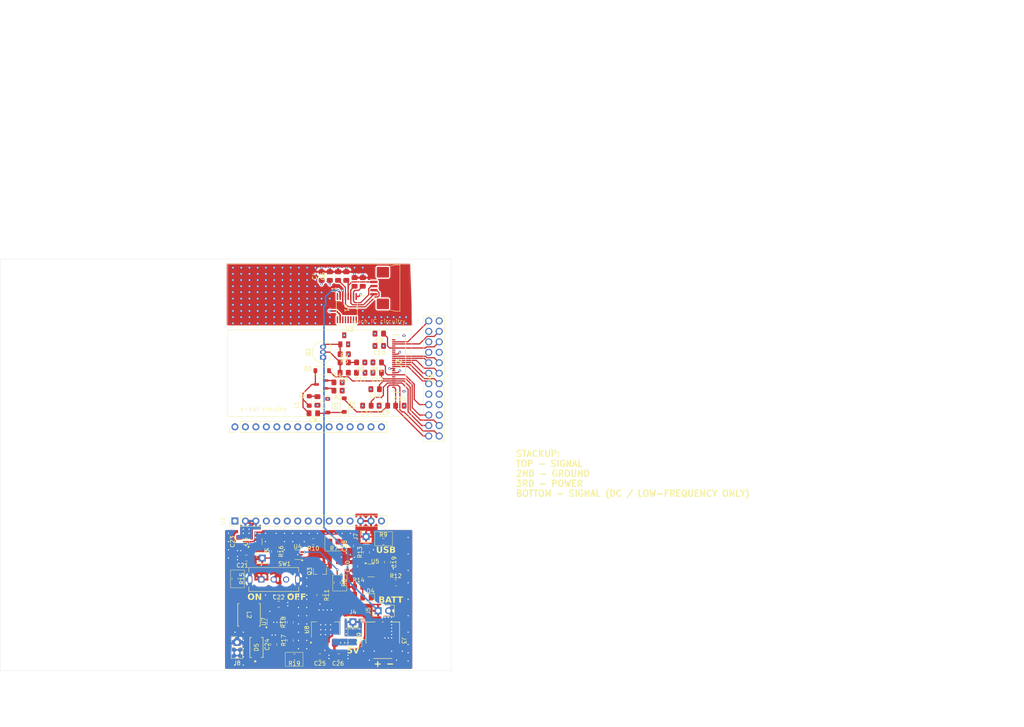
<source format=kicad_pcb>
(kicad_pcb (version 20241229) (generator "pcbnew") (generator_version "9.0")
  (layers (0 "F.Cu" signal) (4 "In1.Cu" signal) (6 "In2.Cu" signal) (2 "B.Cu" signal) (13 "F.Paste" user) (15 "B.Paste" user) (5 "F.SilkS" user "F.Silkscreen") (7 "B.SilkS" user "B.Silkscreen") (1 "F.Mask" user) (3 "B.Mask" user) (25 "Edge.Cuts" user))
  (net 0 "")
  (net 1 "Net-(J1-Pin_1)")
  (net 2 "Net-(J1-Pin_3)")
  (net 3 "Net-(J1-Pin_2)")
  (net 4 "Net-(J1-Pin_4)")
  (net 5 "GND")
  (net 6 "+5V")
  (net 7 "/Power/VIN_CHARGER")
  (net 8 "VUSB")
  (net 9 "/Power/BOOST_VOUT")
  (net 10 "Net-(D1-A)")
  (net 11 "/Epaper/VGL")
  (net 12 "/Epaper/VGH")
  (net 13 "Net-(D3-A)")
  (net 14 "Net-(D4-K)")
  (net 15 "Net-(D4-A)")
  (net 16 "/Power/BOOST_SW")
  (net 17 "+BATT")
  (net 18 "Net-(Q2-C)")
  (net 19 "Net-(Q2-B)")
  (net 20 "VSOURCE")
  (net 21 "/Power/BOOST_VIN")
  (net 22 "+3.3V")
  (net 23 "CLK")
  (net 24 "/Epaper/SUB5")
  (net 25 "/Epaper/SUB18")
  (net 26 "/Epaper/SUB20")
  (net 27 "/Epaper/SUB22")
  (net 28 "/Epaper/SUB24")
  (net 29 "/Epaper/RESE")
  (net 30 "/Epaper/GDR")
  (net 32 "Net-(C7-Pad2)")
  (net 34 "/Epaper/EPD_DC")
  (net 35 "MOSI")
  (net 36 "/Epaper/EPD_RST")
  (net 38 "/Epaper/EPD_BUSY")
  (net 43 "MISO")
  (net 46 "/Power/LDO5V_VIN")
  (net 51 "/Epaper/3V3_OUT")
  (net 52 "CS_TSC")
  (net 60 "/Power/LDO5V_VOUT")
  (net 61 "/Power/BATT_D")
  (net 62 "Net-(U5-ISET)")
  (net 63 "Net-(U5-TS)")
  (net 64 "Net-(U6-EN)")
  (net 65 "/Power/BOOST_FB")
  (net 67 "/Power/DIODE_OUT")
  (net 70 "/Power/USB_IN")
  (net 71 "/Epaper/EPD_CS")
  (net 72 "Net-(Q1-G)")
  (net 73 "Net-(Q1-S)")
  (net 74 "Net-(R3-Pad2)")
  (footprint "Capacitor_SMD:C_0805_2012Metric_Pad1.18x1.45mm_HandSolder" (layer "F.Cu") (at 219 108.9625 90)
    (property "Reference" "C1" (hide yes))
    (property "Value" "~")
  )
  (footprint "Library:IND_SWPA5040S_SNL" (layer "F.Cu") (at 191.4 189.8 -90)
    (property "Reference" "L2")
    (property "Value" "3.3 uH")
  )
  (footprint "Resistor_SMD:R_0805_2012Metric_Pad1.20x1.40mm_HandSolder" (layer "F.Cu") (at 216.550001 195.4 90)
    (property "Reference" "R20")
    (property "Value" "0")
  )
  (footprint "Capacitor_SMD:C_0805_2012Metric_Pad1.18x1.45mm_HandSolder" (layer "F.Cu") (at 208.6 200)
    (property "Reference" "C25")
    (property "Value" "1u")
  )
  (footprint "Capacitor_SMD:C_0805_2012Metric_Pad1.18x1.45mm_HandSolder" (layer "F.Cu") (at 213.150001 200)
    (property "Reference" "C26")
    (property "Value" "10u")
  )
  (footprint "Capacitor_SMD:C_0805_2012Metric_Pad1.18x1.45mm_HandSolder" (layer "F.Cu") (at 198.6 187.2)
    (property "Reference" "C22")
    (property "Value" "1u")
  )
  (footprint "Library:SW_SLW-121586-5A-D" (layer "F.Cu") (at 197.4 181.2)
    (property "Reference" "SW1")
    (property "Value" "SLW-121586-5A-D")
  )
  (footprint "Capacitor_SMD:C_0805_2012Metric_Pad1.18x1.45mm_HandSolder" (layer "F.Cu") (at 228 139)
    (property "Reference" "C16")
    (property "Value" "1u")
  )
  (footprint "Capacitor_SMD:C_0805_2012Metric_Pad1.18x1.45mm_HandSolder" (layer "F.Cu") (at 218.5 131 180)
    (property "Reference" "C17")
    (property "Value" "104")
  )
  (footprint "Package_TO_SOT_SMD:SOT-23-6" (layer "F.Cu") (at 221 179)
    (property "Reference" "U5")
    (property "Value" "BQ21040DBV")
  )
  (footprint "Library:ESP32C3-mini-Devkit" (layer "F.Cu") (at 187.98 167 90)
    (property "Reference" "U2")
    (property "Value" "~")
  )
  (footprint "Resistor_SMD:R_0805_2012Metric_Pad1.20x1.40mm_HandSolder" (layer "F.Cu") (at 218.5 128.5 180)
    (property "Reference" "R3")
    (property "Value" "47K")
  )
  (footprint "Resistor_SMD:R_0805_2012Metric_Pad1.20x1.40mm_HandSolder" (layer "F.Cu") (at 218 183)
    (property "Reference" "R14")
    (property "Value" "1k")
  )
  (footprint "Resistor_SMD:R_0805_2012Metric_Pad1.20x1.40mm_HandSolder" (layer "F.Cu") (at 212.8 182 -90)
    (property "Reference" "R8")
    (property "Value" "0")
  )
  (footprint "Connector_PinHeader_2.54mm:PinHeader_1x01_P2.54mm_Vertical" (layer "F.Cu") (at 216.6 191.5)
    (property "Reference" "J4")
    (property "Value" "Conn_01x01_Pin")
  )
  (footprint "Capacitor_SMD:C_0805_2012Metric_Pad1.18x1.45mm_HandSolder" (layer "F.Cu") (at 189 172 -90)
    (property "Reference" "C23")
    (property "Value" "10u")
  )
  (footprint "Resistor_SMD:R_0805_2012Metric_Pad1.20x1.40mm_HandSolder" (layer "F.Cu") (at 207 172 180)
    (property "Reference" "R10")
    (property "Value" "100k")
  )
  (footprint "Capacitor_SMD:C_0805_2012Metric_Pad1.18x1.45mm_HandSolder" (layer "F.Cu") (at 197.4 197 90)
    (property "Reference" "C24")
    (property "Value" "10u")
  )
  (footprint "Resistor_SMD:R_0805_2012Metric_Pad1.20x1.40mm_HandSolder" (layer "F.Cu") (at 224 172)
    (property "Reference" "R9")
    (property "Value" "0")
  )
  (footprint "Connector_FFC-FPC:JUSHUO_AFA07-S04FCA-00_1x4-1MP_P1.0mm_Horizontal" (layer "F.Cu") (at 225.075 110.45 90)
    (property "Reference" "J1")
    (property "Value" "Conn_01x04_Pin")
  )
  (footprint "Custom:SOT23" (layer "F.Cu") (at 214.5 123)
    (property "Reference" "U3")
    (property "Value" "AO3401")
  )
  (footprint "Capacitor_SMD:C_0805_2012Metric_Pad1.18x1.45mm_HandSolder" (layer "F.Cu") (at 216 173.0625 -90)
    (property "Reference" "C18")
    (property "Value" "1u")
  )
  (footprint "Capacitor_SMD:C_0805_2012Metric_Pad1.18x1.45mm_HandSolder" (layer "F.Cu") (at 190.75 176 180)
    (property "Reference" "C21")
    (property "Value" "4.7u")
  )
  (footprint "Connector_PinHeader_2.54mm:PinHeader_1x01_P2.54mm_Vertical" (layer "F.Cu") (at 219.8 170.8)
    (property "Reference" "J7")
    (property "Value" "Conn_01x01_Pin")
  )
  (footprint "Library:PW16" (layer "F.Cu") (at 215.124998 115.3194 -90)
    (property "Reference" "U1")
    (property "Value" "TSC2046IPWR")
  )
  (footprint "Resistor_SMD:R_0805_2012Metric_Pad1.20x1.40mm_HandSolder" (layer "F.Cu") (at 197.6 174.4 90)
    (property "Reference" "R16")
    (property "Value" "1k")
  )
  (footprint "Package_TO_SOT_SMD:SOT-23-5" (layer "F.Cu") (at 193 172 90)
    (property "Reference" "U6")
    (property "Value" "TLV75733PDBV")
  )
  (footprint "LED_SMD:LED_0805_2012Metric_Pad1.15x1.40mm_HandSolder" (layer "F.Cu") (at 220 185.6 180)
    (property "Reference" "D4")
    (property "Value" "LTST-C171KRKT")
  )
  (footprint "Connector_PinHeader_2.54mm:PinHeader_1x02_P2.54mm_Vertical" (layer "F.Cu") (at 188.5 196.46)
    (property "Reference" "J8")
    (property "Value" "Conn_01x02_Pin")
  )
  (footprint "Resistor_SMD:R_0805_2012Metric_Pad1.20x1.40mm_HandSolder" (layer "F.Cu") (at 214.5 128.5)
    (property "Reference" "R4")
    (property "Value" "10K")
  )
  (footprint "Custom:FH34SRJ24S05SH99" (layer "F.Cu") (at 227.95 128.75 90)
    (property "Reference" "J2")
    (property "Value" "FH34SRJ-24S-0.5SH_99_" (hide yes))
  )
  (footprint "Package_TO_SOT_SMD:SOT-23-3" (layer "F.Cu") (at 208.8625 133.85 180)
    (property "Reference" "Q1")
    (property "Value" "BSS138")
  )
  (footprint "Package_TO_SOT_SMD:SOT-363_SC-70-6" (layer "F.Cu") (at 203.2 175.2 180)
    (property "Reference" "U4")
    (property "Value" "LM66100DCK")
  )
  (footprint "Package_TO_SOT_SMD:SOT-223-3_TabPin2" (layer "F.Cu") (at 209.950001 193.4 90)
    (property "Reference" "U8")
    (property "Value" "MCP1825ST-3302E/DB")
  )
  (footprint "Diode_SMD:D_SOD-123" (layer "F.Cu") (at 214.5 138.85 90)
    (property "Reference" "D2")
    (property "Value" "MBR0530")
  )
  (footprint "Resistor_SMD:R_0805_2012Metric_Pad1.20x1.40mm_HandSolder" (layer "F.Cu") (at 208.6 185 -90)
    (property "Reference" "R11")
    (property "Value" "100k")
  )
  (footprint "Capacitor_SMD:C_0805_2012Metric_Pad1.18x1.45mm_HandSolder" (layer "F.Cu") (at 209 107.5375 90)
    (property "Reference" "C4")
    (property "Value" "10 uF")
  )
  (footprint "Resistor_SMD:R_0805_2012Metric_Pad1.20x1.40mm_HandSolder" (layer "F.Cu") (at 201.4 191.6 90)
    (property "Reference" "R18")
    (property "Value" "100k")
  )
  (footprint "Resistor_SMD:R_0805_2012Metric_Pad1.20x1.40mm_HandSolder" (layer "F.Cu") (at 212 172 180)
    (property "Reference" "R7")
    (property "Value" "0")
  )
  (footprint "Resistor_SMD:R_0805_2012Metric_Pad1.20x1.40mm_HandSolder" (layer "F.Cu") (at 213 133.35)
    (property "Reference" "R1")
    (property "Value" "3")
  )
  (footprint "Capacitor_SMD:C_0805_2012Metric_Pad1.18x1.45mm_HandSolder" (layer "F.Cu") (at 222 135 180)
    (property "Reference" "C13")
    (property "Value" "1u" (hide yes))
  )
  (footprint "Resistor_SMD:R_0805_2012Metric_Pad1.20x1.40mm_HandSolder" (layer "F.Cu") (at 188 181 -90)
    (property "Reference" "R15")
    (property "Value" "0")
  )
  (footprint "Capacitor_SMD:C_0805_2012Metric_Pad1.18x1.45mm_HandSolder" (layer "F.Cu") (at 208 137.85 90)
    (property "Reference" "C7")
    (property "Value" "4.7u")
  )
  (footprint "Capacitor_SMD:C_0805_2012Metric_Pad1.18x1.45mm_HandSolder" (layer "F.Cu") (at 211 107.5375 90)
    (property "Reference" "C6")
    (property "Value" "0.1 uF")
  )
  (footprint "Resistor_SMD:R_0805_2012Metric_Pad1.20x1.40mm_HandSolder" (layer "F.Cu") (at 214.5 126.5 180)
    (property "Reference" "R5")
    (property "Value" "47K")
  )
  (footprint "Capacitor_SMD:C_0805_2012Metric_Pad1.18x1.45mm_HandSolder" (layer "F.Cu") (at 222.5 131 180)
    (property "Reference" "C12")
    (property "Value" "1u")
  )
  (footprint "Resistor_SMD:R_0805_2012Metric_Pad1.20x1.40mm_HandSolder" (layer "F.Cu") (at 213 135.35 180)
    (property "Reference" "R2")
    (property "Value" "10K")
  )
  (footprint "Capacitor_SMD:C_0805_2012Metric_Pad1.18x1.45mm_HandSolder" (layer "F.Cu") (at 217 178 90)
    (property "Reference" "C20")
    (property "Value" "10u")
  )
  (footprint "Capacitor_SMD:C_0805_2012Metric_Pad1.18x1.45mm_HandSolder" (layer "F.Cu") (at 215 107.5375 90)
    (property "Reference" "C3" (hide yes))
    (property "Value" "~")
  )
  (footprint "Resistor_SMD:R_0805_2012Metric_Pad1.20x1.40mm_HandSolder" (layer "F.Cu") (at 202.4 200)
    (property "Reference" "R19")
    (property "Value" "0")
  )
  (footprint "Capacitor_SMD:C_0805_2012Metric_Pad1.18x1.45mm_HandSolder" (layer "F.Cu") (at 217 108.9625 90)
    (property "Reference" "C2" (hide yes))
    (property "Value" "~")
  )
  (footprint "Diode_SMD:D_SOD-123" (layer "F.Cu") (at 210.5 139 -90)
    (property "Reference" "D1")
    (property "Value" "MBR0530")
  )
  (footprint "Diode_SMD:D_SOD-123" (layer "F.Cu") (at 209.15 130.5 180)
    (property "Reference" "D3")
    (property "Value" "MBR0530")
  )
  (footprint "Package_TO_SOT_THT:TO-92_Inline" (layer "F.Cu") (at 209.36 127.27 90)
    (property "Reference" "Q2")
    (property "Value" "S8050")
  )
  (footprint "Library:DMG3415UQ" (layer "F.Cu") (at 208.6 179.2 -90)
    (property "Reference" "Q3")
    (property "Value" "DMG3415UQ-7")
  )
  (footprint "Resistor_SMD:R_0805_2012Metric_Pad1.20x1.40mm_HandSolder" (layer "F.Cu") (at 201.4 196 90)
    (property "Reference" "R17")
    (property "Value" "590k")
  )
  (footprint "Resistor_SMD:R_0805_2012Metric_Pad1.20x1.40mm_HandSolder" (layer "F.Cu") (at 219.9 174.6 90)
    (property "Reference" "R13")
    (property "Value" "10k")
  )
  (footprint "Library:CONN_S2B-PH-SM4-TB_JST" (layer "F.Cu") (at 223.849999 195.9553)
    (property "Reference" "J3")
    (property "Value" "S2B-PH-SM4-TB")
  )
  (footprint "Connector_PinHeader_2.54mm:PinHeader_1x01_P2.54mm_Vertical" (layer "F.Cu") (at 194.6 176)
    (property "Reference" "J6")
    (property "Value" "Conn_01x01_Pin")
  )
  (footprint "Capacitor_SMD:C_0805_2012Metric_Pad1.18x1.45mm_HandSolder" (layer "F.Cu") (at 207 140.85 180)
    (property "Reference" "C8")
    (property "Value" "4.7u")
  )
  (footprint "Custom:61302421121" (layer "F.Cu") (at 235 118.42 -90)
    (property "Reference" "J9")
    (property "Value" "61302421121" (hide yes))
  )
  (footprint "Capacitor_SMD:C_0805_2012Metric_Pad1.18x1.45mm_HandSolder" (layer "F.Cu") (at 223 121.5 180)
    (property "Reference" "C9")
    (property "Value" "1u")
  )
  (footprint "Capacitor_SMD:C_0805_2012Metric_Pad1.18x1.45mm_HandSolder" (layer "F.Cu") (at 225 177 -90)
    (property "Reference" "C19")
    (property "Value" "1u")
  )
  (footprint "Package_TO_SOT_SMD:SOT-23-6_Handsoldering" (layer "F.Cu") (at 197.4 191.6 90)
    (property "Reference" "U7")
    (property "Value" "TLV61048")
  )
  (footprint "Inductor_SMD:L_0805_2012Metric_Pad1.05x1.20mm_HandSolder" (layer "F.Cu") (at 206 137.85 -90)
    (property "Reference" "L1")
    (property "Value" "10u")
  )
  (footprint "Resistor_SMD:R_0805_2012Metric_Pad1.20x1.40mm_HandSolder" (layer "F.Cu") (at 227 182)
    (property "Reference" "R12")
    (property "Value" "5.36k")
  )
  (footprint "Library:SDO_B120AF_DIO" (layer "F.Cu") (at 193.2 197.7 90)
    (property "Reference" "D5")
    (property "Value" "B120AF-13")
  )
  (footprint "Resistor_SMD:R_0805_2012Metric_Pad1.20x1.40mm_HandSolder" (layer "F.Cu") (at 214.5 131 180)
    (property "Reference" "R6")
    (property "Value" "100K")
  )
  (footprint "Connector_PinHeader_2.54mm:PinHeader_1x02_P2.54mm_Vertical" (layer "F.Cu") (at 222.725 188.8 90)
    (property "Reference" "J5")
    (property "Value" "Conn_01x02_Pin")
  )
  (footprint "Capacitor_SMD:C_0805_2012Metric_Pad1.18x1.45mm_HandSolder" (layer "F.Cu") (at 222.5 128.5 180)
    (property "Reference" "C11")
    (property "Value" "1u")
  )
  (footprint "Capacitor_SMD:C_0805_2012Metric_Pad1.18x1.45mm_HandSolder" (layer "F.Cu") (at 213 107.5375 90)
    (property "Reference" "C5" (hide yes))
    (property "Value" "~")
  )
  (footprint "Capacitor_SMD:C_0805_2012Metric_Pad1.18x1.45mm_HandSolder" (layer "F.Cu") (at 220 139 180)
    (property "Reference" "C14")
    (property "Value" "1u")
  )
  (footprint "Capacitor_SMD:C_0805_2012Metric_Pad1.18x1.45mm_HandSolder" (layer "F.Cu") (at 224 139 180)
    (property "Reference" "C15")
    (property "Value" "1u")
  )
  (footprint "Capacitor_SMD:C_0805_2012Metric_Pad1.18x1.45mm_HandSolder" (layer "F.Cu") (at 223 124.5 180)
    (property "Reference" "C10")
    (property "Value" "1u")
  )
  (gr_rect (start 215.4 193.181) (end 218.8 197.481) (stroke (width 0.1)) (fill no) (layer "F.SilkS"))
  (gr_rect (start 186.9 178.9) (end 190.3 183.2) (stroke (width 0.1)) (fill no) (layer "F.SilkS"))
  (gr_rect (start 200.2 198.9) (end 204.5 202.3) (stroke (width 0.1)) (fill no) (layer "F.SilkS"))
  (gr_rect (start 211.7 180.1) (end 215.1 184) (stroke (width 0.1)) (fill no) (layer "F.SilkS"))
  (gr_rect (start 186.2 120.6) (end 230.8 141.6) (stroke (width 0.1)) (fill no) (layer "F.SilkS"))
  (gr_rect (start 221.9 169.6) (end 226.2 173) (stroke (width 0.1)) (fill no) (layer "F.SilkS"))
  (gr_rect (start 186.2 104.6) (end 230.9 119.6) (stroke (width 0.1)) (fill no) (layer "F.SilkS"))
  (gr_rect (start 209.8 170.9) (end 213.8 174.3) (stroke (width 0.1)) (fill no) (layer "F.SilkS"))
  (gr_rect (start 131 103.4) (end 240.5 203.4) (stroke (width 0.05)) (fill no) (layer "Edge.Cuts"))
  (gr_text "BATT" (at 222.8 187.1 0) (layer "F.SilkS") (effects (font (size 1.5 1.5) (thickness 0.3) (bold yes)) (justify left bottom)))
  (gr_text "+ -" (at 221.5 202.5 0) (layer "F.SilkS") (effects (font (size 1.5 1.5) (thickness 0.3) (bold yes)) (justify left bottom)))
  (gr_text "touch IC circuitry" (at 216 119.1 0) (layer "F.SilkS") (effects (font (size 1 1) (thickness 0.1)) (justify left bottom)))
  (gr_text "e-hat circuitry" (at 189.2 140.4 0) (layer "F.SilkS") (effects (font (size 1 1) (thickness 0.1)) (justify left bottom)))
  (gr_text "5V" (at 215.1 199.4 0) (layer "F.SilkS") (effects (font (size 1.5 1.5) (thickness 0.3) (bold yes)) (justify left bottom)))
  (gr_text "STACKUP:\nTOP - SIGNAL\n2ND - GROUND\n3RD - POWER\nBOTTOM - SIGNAL (DC / LOW-FREQUENCY ONLY)" (at 256 161.2 0) (layer "F.SilkS") (effects (font (size 1.5 1.5) (thickness 0.3) (bold yes)) (justify left bottom)))
  (gr_text "USB" (at 222.2 175 0) (layer "F.SilkS") (effects (font (size 1.5 1.5) (thickness 0.3) (bold yes)) (justify left bottom)))
  (gr_text "ON" (at 191 186.4 0) (layer "F.SilkS") (effects (font (size 1.5 1.5) (thickness 0.3) (bold yes)) (justify left bottom)))
  (gr_text "OFF" (at 200.6 186.4 0) (layer "F.SilkS") (effects (font (size 1.5 1.5) (thickness 0.3) (bold yes)) (justify left bottom)))
  (segment (start 216.099997 114.099997) (end 216.099997 112.5) (width 0.3) (layer "F.Cu") (net 1))
  (segment (start 219.15 114.5) (end 216.5 114.5) (width 0.3) (layer "F.Cu") (net 1))
  (segment (start 216.5 114.5) (end 216.099997 114.099997) (width 0.3) (layer "F.Cu") (net 1))
  (segment (start 217 110) (end 216.099997 110.900003) (width 0.3) (layer "F.Cu") (net 1))
  (segment (start 221.7 111.95) (end 219.15 114.5) (width 0.3) (layer "F.Cu") (net 1))
  (segment (start 216.099997 110.900003) (end 216.099997 112.5) (width 0.3) (layer "F.Cu") (net 1))
  (segment (start 220.449 112.051) (end 220.449 112) (width 0.3) (layer "F.Cu") (net 2))
  (segment (start 220.449 110.588322) (end 220.449 112.051) (width 0.3) (layer "F.Cu") (net 2))
  (segment (start 217.111799 111) (end 216.749999 111.3618) (width 0.3) (layer "F.Cu") (net 2))
  (segment (start 216.749999 111.3618) (end 216.749999 112.5) (width 0.3) (layer "F.Cu") (net 2))
  (segment (start 216.749999 113.6382) (end 216.749999 112.5) (width 0.3) (layer "F.Cu") (net 2))
  (segment (start 218 111) (end 217.111799 111) (width 0.3) (layer "F.Cu") (net 2))
  (segment (start 221.087322 109.95) (end 220.449 110.588322) (width 0.3) (layer "F.Cu") (net 2))
  (segment (start 218.5 114) (end 217.111799 114) (width 0.3) (layer "F.Cu") (net 2))
  (segment (start 219 110) (end 218 111) (width 0.3) (layer "F.Cu") (net 2))
  (segment (start 217.111799 114) (end 216.749999 113.6382) (width 0.3) (layer "F.Cu") (net 2))
  (segment (start 220.449 112.051) (end 218.5 114) (width 0.3) (layer "F.Cu") (net 2))
  (segment (start 221.7 109.95) (end 221.087322 109.95) (width 0.3) (layer "F.Cu") (net 2))
  (segment (start 222.951 112.311678) (end 222.661678 112.601) (width 0.3) (layer "F.Cu") (net 3))
  (segment (start 221.7 110.95) (end 222.312678 110.95) (width 0.3) (layer "F.Cu") (net 3))
  (segment (start 222.661678 112.601) (end 222 112.601) (width 0.3) (layer "F.Cu") (net 3))
  (segment (start 214.8 114.3) (end 214.8 112.5) (width 0.3) (layer "F.Cu") (net 3))
  (segment (start 214.8 110.3) (end 214.8 112.5) (width 0.3) (layer "F.Cu") (net 3))
  (segment (start 215.5 115) (end 214.8 114.3) (width 0.3) (layer "F.Cu") (net 3))
  (segment (start 222 112.601) (end 219.601 115) (width 0.3) (layer "F.Cu") (net 3))
  (segment (start 222.312678 110.95) (end 222.951 111.588322) (width 0.3) (layer "F.Cu") (net 3))
  (segment (start 213 108.5) (end 214.8 110.3) (width 0.3) (layer "F.Cu") (net 3))
  (segment (start 222.951 111.588322) (end 222.951 112.311678) (width 0.3) (layer "F.Cu") (net 3))
  (segment (start 219.601 115) (end 215.5 115) (width 0.3) (layer "F.Cu") (net 3))
  (segment (start 221.7 108.95) (end 216.38063 108.95) (width 0.3) (layer "F.Cu") (net 4))
  (segment (start 215.449999 110.5) (end 215.449999 112.5) (width 0.3) (layer "F.Cu") (net 4))
  (segment (start 215.449999 110) (end 215.449999 110.5) (width 0.3) (layer "F.Cu") (net 4))
  (segment (start 215 108.5) (end 215.449999 108.949999) (width 0.3) (layer "F.Cu") (net 4))
  (segment (start 215.449999 108.949999) (end 215.449999 110.5) (width 0.3) (layer "F.Cu") (net 4))
  (segment (start 216.38063 108.95) (end 215.449999 109.880631) (width 0.3) (layer "F.Cu") (net 4))
  (segment (start 215.449999 109.880631) (end 215.449999 110) (width 0.3) (layer "F.Cu") (net 4))
  (segment (start 209.950001 194.6) (end 209.950001 196.55) (width 0.6) (layer "F.Cu") (net 5))
  (segment (start 189.4 174.2) (end 189 174.2) (width 0.6) (layer "F.Cu") (net 5))
  (segment (start 211 106.5) (end 211 105.5) (width 0.4) (layer "F.Cu") (net 5))
  (segment (start 215.4 200) (end 214.187501 200) (width 0.6) (layer "F.Cu") (net 5))
  (segment (start 210.8 200) (end 210.8 200.4) (width 0.6) (layer "F.Cu") (net 5))
  (segment (start 221 173.4) (end 219.9 173.4) (width 0.6) (layer "F.Cu") (net 5))
  (segment (start 188.6 176) (end 189.7125 176) (width 0.6) (layer "F.Cu") (net 5))
  (segment (start 217.4625 131) (end 217.5 131) (width 0.3) (layer "F.Cu") (net 5))
  (segment (start 209.8 198.4) (end 209.8 199.8375) (width 0.6) (layer "F.Cu") (net 5))
  (segment (start 213 106.425) (end 213 105.5) (width 0.4) (layer "F.Cu") (net 5))
  (segment (start 226.2375 178.0375) (end 225 178.0375) (width 0.6) (layer "F.Cu") (net 5))
  (segment (start 216 175.2) (end 216 174.0375) (width 0.6) (layer "F.Cu") (net 5))
  (segment (start 193 173.1375) (end 193 172) (width 0.6) (layer "F.Cu") (net 5))
  (segment (start 209.8 199.8375) (end 209.6375 200) (width 0.6) (layer "F.Cu") (net 5))
  (segment (start 197.4 195.6) (end 197.4 192.95) (width 0.65) (layer "F.Cu") (net 5))
  (segment (start 197.4 193.4) (end 197.4 191.6) (width 0.6) (layer "F.Cu") (net 5))
  (segment (start 230 182) (end 228 182) (width 0.6) (layer "F.Cu") (net 5))
  (segment (start 224.0375 179) (end 225 178.0375) (width 0.4) (layer "F.Cu") (net 5))
  (segment (start 197.4 191.6) (end 199.8 191.6) (width 0.6) (layer "F.Cu") (net 5))
  (segment (start 197 194.7) (end 197.8 194.7) (width 0.6) (layer "F.Cu") (net 5))
  (segment (start 189 174.2) (end 188.6 174.2) (width 0.6) (layer "F.Cu") (net 5))
  (segment (start 209.09 127) (end 209 127) (width 0.3) (layer "F.Cu") (net 5))
  (segment (start 189 174.2) (end 189 173.0375) (width 0.6) (layer "F.Cu") (net 5))
  (segment (start 227.5 131) (end 228 130.5) (width 0.3) (layer "F.Cu") (net 5))
  (segment (start 210 188.6) (end 210.4 188.6) (width 0.6) (layer "F.Cu") (net 5))
  (segment (start 200.8 187.2) (end 200.8 187.6) (width 0.4) (layer "F.Cu") (net 5))
  (segment (start 208.4 188.6) (end 211.4 188.6) (width 0.6) (layer "F.Cu") (net 5))
  (segment (start 215 106.425) (end 215 105.5) (width 0.4) (layer "F.Cu") (net 5))
  (segment (start 210.8 199.6) (end 210.8 200) (width 0.6) (layer "F.Cu") (net 5))
  (segment (start 209.950001 188.649999) (end 209.950001 190.25) (width 0.6) (layer "F.Cu") (net 5))
  (segment (start 208.6 187.2) (end 208.6 186) (width 0.6) (layer "F.Cu") (net 5))
  (segment (start 214.149999 111.149999) (end 214 111) (width 0.4) (layer "F.Cu") (net 5))
  (segment (start 204.8 172) (end 206 172) (width 0.6) (layer "F.Cu") (net 5))
  (segment (start 226.5 131) (end 227.5 131) (width 0.3) (layer "F.Cu") (net 5))
  (segment (start 226.4 178.2) (end 226.2375 178.0375) (width 0.6) (layer "F.Cu") (net 5))
  (segment (start 214.149999 112.5) (end 214.149999 111.149999) (width 0.4) (layer "F.Cu") (net 5))
  (segment (start 209 106.5) (end 209 105.5) (width 0.4) (layer "F.Cu") (net 5))
  (segment (start 226.5 126.5) (end 227.5 126.5) (width 0.3) (layer "F.Cu") (net 5))
  (segment (start 226.4 177.8) (end 226.4 178.2) (width 0.6) (layer "F.Cu") (net 5))
  (segment (start 217 107.925) (end 217 107) (width 0.4) (layer "F.Cu") (net 5))
  (segment (start 209.8 196.700001) (end 209.950001 196.55) (width 0.6) (layer "F.Cu") (net 5))
  (segment (start 210.8 200) (end 209.6375 200) (width 0.6) (layer "F.Cu") (net 5))
  (segment (start 200.8 187.2) (end 199.6375 187.2) (width 0.4) (layer "F.Cu") (net 5))
  (segment (start 209.4 188.6) (end 210 188.6) (width 0.6) (layer "F.Cu") (net 5))
  (segment (start 221.6 174) (end 221 173.4) (width 0.6) (layer "F.Cu") (net 5))
  (segment (start 219 107.925) (end 219 107) (width 0.4) (layer "F.Cu") (net 5))
  (segment (start 196.45 188.95) (end 196.45 190.25) (width 0.3) (layer "F.Cu") (net 5))
  (segment (start 200.8 186.8) (end 200.8 187.2) (width 0.4) (layer "F.Cu") (net 5))
  (segment (start 215.4 199.6) (end 215.4 200) (width 0.6) (layer "F.Cu") (net 5))
  (segment (start 209.8 198.4) (end 209.8 196.700001) (width 0.6) (layer "F.Cu") (net 5))
  (segment (start 221.5 128.5) (end 221.4625 128.5) (width 0.3) (layer "F.Cu") (net 5))
  (segment (start 204.15 175.2) (end 203.2 175.2) (width 0.4) (layer "F.Cu") (net 5))
  (segment (start 215.4 200) (end 215.4 200.4) (width 0.6) (layer "F.Cu") (net 5))
  (segment (start 188.6 176.4) (end 188.6 176) (width 0.6) (layer "F.Cu") (net 5))
  (segment (start 227.5 126.5) (end 228 126) (width 0.3) (layer "F.Cu") (net 5))
  (segment (start 226.4 178.2) (end 226.4 178.6) (width 0.6) (layer "F.Cu") (net 5))
  (segment (start 217 176.9625) (end 217 175.8) (width 0.6) (layer "F.Cu") (net 5))
  (segment (start 209.09 127) (end 209.36 127.27) (width 0.3) (layer "F.Cu") (net 5))
  (segment (start 210 188.6) (end 209.950001 188.649999) (width 0.6) (layer "F.Cu") (net 5))
  (segment (start 199.8 191.6) (end 200.8 190.6) (width 0.6) (layer "F.Cu") (net 5))
  (segment (start 200.8 190.6) (end 201.4 190.6) (width 0.3) (layer "F.Cu") (net 5))
  (segment (start 222.1375 179) (end 224.0375 179) (width 0.4) (layer "F.Cu") (net 5))
  (segment (start 188.6 176) (end 188.6 175.6) (width 0.6) (layer "F.Cu") (net 5))
  (via (at 208.8 194.6) (size 0.6) (drill 0.3) (layers "F.Cu" "B.Cu") (net 5))
  (via (at 201.478333 111.426888) (size 0.6) (drill 0.3) (layers "F.Cu" "B.Cu") (net 5))
  (via (at 203.5 119) (size 0.6) (drill 0.3) (layers "F.Cu" "B.Cu") (net 5))
  (via (at 222 117.5) (size 0.6) (drill 0.3) (layers "F.Cu" "B.Cu") (net 5))
  (via (at 228 119) (size 0.6) (drill 0.3) (layers "F.Cu" "B.Cu") (net 5))
  (via (at 211.4 188.6) (size 0.6) (drill 0.3) (layers "F.Cu" "B.Cu") (net 5))
  (via (at 190 196) (size 0.6) (drill 0.3) (layers "F.Cu" "B.Cu") (net 5))
  (via (at 214 170) (size 0.6) (drill 0.3) (layers "F.Cu" "B.Cu") (net 5))
  (via (at 214 135.35) (size 0.6) (drill 0.3) (layers "F.Cu" "B.Cu") (net 5))
  (via (at 186.4 176) (size 0.6) (drill 0.3) (layers "F.Cu" "B.Cu") (net 5))
  (via (at 205.5 117.5) (size 0.6) (drill 0.3) (layers "F.Cu" "B.Cu") (net 5))
  (via (at 210 170) (size 0.6) (drill 0.3) (layers "F.Cu" "B.Cu") (net 5))
  (via (at 229 122) (size 0.6) (drill 0.3) (layers "F.Cu" "B.Cu") (net 5))
  (via (at 207.5 108.5) (size 0.6) (drill 0.3) (layers "F.Cu" "B.Cu") (net 5))
  (via (at 221.6 174) (size 0.6) (drill 0.3) (layers "F.Cu" "B.Cu") (net 5))
  (via (at 203.5 107) (size 0.6) (drill 0.3) (layers "F.Cu" "B.Cu") (net 5))
  (via (at 197.5 117.5) (size 0.6) (drill 0.3) (layers "F.Cu" "B.Cu") (net 5))
  (via (at 200.8 186.8) (size 0.6) (drill 0.3) (layers "F.Cu" "B.Cu") (net 5))
  (via (at 199.5 114.5) (size 0.6) (drill 0.3) (layers "F.Cu" "B.Cu") (net 5))
  (via (at 230 171) (size 0.6) (drill 0.3) (layers "F.Cu" "B.Cu") (net 5))
  (via (at 188.6 174.2) (size 0.6) (drill 0.3) (layers "F.Cu" "B.Cu") (net 5))
  (via (at 190 202) (size 0.6) (drill 0.3) (layers "F.Cu" "B.Cu") (net 5))
  (via (at 191.478333 111.426888) (size 0.6) (drill 0.3) (layers "F.Cu" "B.Cu") (net 5))
  (via (at 201.5 113) (size 0.6) (drill 0.3) (layers "F.Cu" "B.Cu") (net 5))
  (via (at 188 194) (size 0.6) (drill 0.3) (layers "F.Cu" "B.Cu") (net 5))
  (via (at 227.2 200.8) (size 0.6) (drill 0.3) (layers "F.Cu" "B.Cu") (net 5))
  (via (at 205.4 196) (size 0.6) (drill 0.3) (layers "F.Cu" "B.Cu") (net 5))
  (via (at 190 198) (size 0.6) (drill 0.3) (layers "F.Cu" "B.Cu") (net 5))
  (via (at 221.9625 124.5) (size 0.6) (drill 0.3) (layers "F.Cu" "B.Cu") (net 5))
  (via (at 207.5 116) (size 0.6) (drill 0.3) (layers "F.Cu" "B.Cu") (net 5))
  (via (at 195.4 174.2) (size 0.6) (drill 0.3) (layers "F.Cu" "B.Cu") (net 5))
  (via (at 205.5 108.5) (size 0.6) (drill 0.3) (layers "F.Cu" "B.Cu") (net 5))
  (via (at 195.5 117.5) (size 0.6) (drill 0.3) (layers "F.Cu" "B.Cu") (net 5))
  (via (at 201.5 119) (size 0.6) (drill 0.3) (layers "F.Cu" "B.Cu") (net 5))
  (via (at 221.9625 121.5) (size 0.6) (drill 0.3) (layers "F.Cu" "B.Cu") (net 5))
  (via (at 199.5 108.5) (size 0.6) (drill 0.3) (layers "F.Cu" "B.Cu") (net 5))
  (via (at 191.5 117.5) (size 0.6) (drill 0.3) (layers "F.Cu" "B.Cu") (net 5))
  (via (at 188.6 176.4) (size 0.6) (drill 0.3) (layers "F.Cu" "B.Cu") (net 5))
  (via (at 229.0375 139) (size 0.6) (drill 0.3) (layers "F.Cu" "B.Cu") (net 5))
  (via (at 197.5 116) (size 0.6) (drill 0.3) (layers "F.Cu" "B.Cu") (net 5))
  (via (at 200 172) (size 0.6) (drill 0.3) (layers "F.Cu" "B.Cu") (net 5))
  (via (at 203.4 192) (size 0.6) (drill 0.3) (layers "F.Cu" "B.Cu") (net 5))
  (via (at 225.2 190.4) (size 0.6) (drill 0.3) (layers "F.Cu" "B.Cu") (net 5))
  (via (at 203.4 186) (size 0.6) (drill 0.3) (layers "F.Cu" "B.Cu") (net 5))
  (via (at 189.478333 111.426888) (size 0.6) (drill 0.3) (layers "F.Cu" "B.Cu") (net 5))
  (via (at 226.5 119) (size 0.6) (drill 0.3) (layers "F.Cu" "B.Cu") (net 5))
  (via (at 193.5 114.5) (size 0.6) (drill 0.3) (layers "F.Cu" "B.Cu") (net 5))
  (via (at 195.5 108.5) (size 0.6) (drill 0.3) (layers "F.Cu" "B.Cu") (net 5))
  (via (at 195.5 110) (size 0.6) (drill 0.3) (layers "F.Cu" "B.Cu") (net 5))
  (via (at 219 107) (size 0.6) (drill 0.3) (layers "F.Cu" "B.Cu") (net 5))
  (via (at 189.5 116) (size 0.6) (drill 0.3) (layers "F.Cu" "B.Cu") (net 5))
  (via (at 230 179) (size 0.6) (drill 0.3) (layers "F.Cu" "B.Cu") (net 5))
  (via (at 219 116) (size 0.6) (drill 0.3) (layers "F.Cu" "B.Cu") (net 5))
  (via (at 203.2 175.2) (size 0.6) (drill 0.3) (layers "F.Cu" "B.Cu") (net 5))
  (via (at 190.6 173) (size 0.6) (drill 0.3) (layers "F.Cu" "B.Cu") (net 5))
  (via (at 211 105.5) (size 0.6) (drill 0.3) (layers "F.Cu" "B.Cu") (net 5))
  (via (at 191.5 110) (size 0.6) (drill 0.3) (layers "F.Cu" "B.Cu") (net 5))
  (via (at 193.5 113) (size 0.6) (drill 0.3) (layers "F.Cu" "B.Cu") (net 5))
  (via (at 220.9625 135) (size 0.6) (drill 0.3) (layers "F.Cu" "B.Cu") (net 5))
  (via (at 202 172) (size 0.6) (drill 0.3) (layers "F.Cu" "B.Cu") (net 5))
  (via (at 203.478333 111.426888) (size 0.6) (drill 0.3) (layers "F.Cu" "B.Cu") (net 5))
  (via (at 205.4 198) (size 0.6) (drill 0.3) (layers "F.Cu" "B.Cu") (net 5))
  (via (at 213.8 175.8) (size 0.6) (drill 0.3) (layers "F.Cu" "B.Cu") (net 5))
  (via (at 199.5 113) (size 0.6) (drill 0.3) (layers "F.Cu" "B.Cu") (net 5))
  (via (at 195.5 105.5) (size 0.6) (drill 0.3) (layers "F.Cu" "B.Cu") (net 5))
  (via (at 201.5 105.5) (size 0.6) (drill 0.3) (layers "F.Cu" "B.Cu") (net 5))
  (via (at 226 191.4) (size 0.6) (drill 0.3) (layers "F.Cu" "B.Cu") (net 5))
  (via (at 188 202) (size 0.6) (drill 0.3) (layers "F.Cu" "B.Cu") (net 5))
  (via (at 199.5 119) (size 0.6) (drill 0.3) (layers "F.Cu" "B.Cu") (net 5))
  (via (at 195.5 114.5) (size 0.6) (drill 0.3) (layers "F.Cu" "B.Cu") (net 5))
  (via (at 223.5 119) (size 0.6) (drill 0.3) (layers "F.Cu" "B.Cu") (net 5))
  (via (at 230 182) (size 0.6) (drill 0.3) (layers "F.Cu" "B.Cu") (net 5))
  (via (at 226.4 178.6) (size 0.6) (drill 0.3) (layers "F.Cu" "B.Cu") (net 5))
  (via (at 217 175.8) (size 0.6) (drill 0.3) (layers "F.Cu" "B.Cu") (net 5))
  (via (at 193.5 117.5) (size 0.6) (drill 0.3) (layers "F.Cu" "B.Cu") (net 5))
  (via (at 230 194) (size 0.6) (drill 0.3) (layers "F.Cu" "B.Cu") (net 5))
  (via (at 212 170) (size 0.6) (drill 0.3) (layers "F.Cu" "B.Cu") (net 5))
  (via (at 187.5 107) (size 0.6) (drill 0.3) (layers "F.Cu" "B.Cu") (net 5))
  (via (at 197.5 105.5) (size 0.6) (drill 0.3) (layers "F.Cu" "B.Cu") (net 5))
  (via (at 211 113) (size 0.6) (drill 0.3) (layers "F.Cu" "B.Cu") (net 5))
  (via (at 226.4 177.8) (size 0.6) (drill 0.3) (layers "F.Cu" "B.Cu") (net 5))
  (via (at 229 135.5) (size 0.6) (drill 0.3) (layers "F.Cu" "B.Cu") (net 5))
  (via (at 217 105.5) (size 0.6) (drill 0.3) (layers "F.Cu" "B.Cu") (net 5))
  (via (at 205.478333 111.426888) (size 0.6) (drill 0.3) (layers "F.Cu" "B.Cu") (net 5))
  (via (at 207.5 110) (size 0.6) (drill 0.3) (layers "F.Cu" "B.Cu") (net 5))
  (via (at 191.4 185) (size 0.6) (drill 0.3) (layers "F.Cu" "B.Cu") (net 5))
  (via (at 195.5 119) (size 0.6) (drill 0.3) (layers "F.Cu" "B.Cu") (net 5))
  (via (at 208 138.8875) (size 0.6) (drill 0.3) (layers "F.Cu" "B.Cu") (net 5))
  (via (at 225 119) (size 0.6) (drill 0.3) (layers "F.Cu" "B.Cu") (net 5))
  (via (at 228.6 198.6) (size 0.6) (drill 0.3) (layers "F.Cu" "B.Cu") (net 5))
  (via (at 189.4 174.2) (size 0.6) (drill 0.3) (layers "F.Cu" "B.Cu") (net 5))
  (via (at 201.5 114.5) (size 0.6) (drill 0.3) (layers "F.Cu" "B.Cu") (net 5))
  (via (at 217 107) (size 0.6) (drill 0.3) (layers "F.Cu" "B.Cu") (net 5))
  (via (at 205.4 185) (size 0.6) (drill 0.3) (layers "F.Cu" "B.Cu") (net 5))
  (via (at 203.5 113) (size 0.6) (drill 0.3) (layers "F.Cu" "B.Cu") (net 5))
  (via (at 203.4 185) (size 0.6) (drill 0.3) (layers "F.Cu" "B.Cu") (net 5))
  (via (at 203.5 108.5) (size 0.6) (drill 0.3) (layers "F.Cu" "B.Cu") (net 5))
  (via (at 226 194.6) (size 0.6) (drill 0.3) (layers "F.Cu" "B.Cu") (net 5))
  (via (at 198.2 191.6) (size 0.6) (drill 0.3) (layers "F.Cu" "B.Cu") (net 5))
  (via (at 187.5 116) (size 0.6) (drill 0.3) (layers "F.Cu" "B.Cu") (net 5))
  (via (at 210.5 137.35) (size 0.6) (drill 0.3) (layers "F.Cu" "B.Cu") (net 5))
  (via (at 216 175.2) (size 0.6) (drill 0.3) (layers "F.Cu" "B.Cu") (net 5))
  (via (at 197.5 113) (size 0.6) (drill 0.3) (layers "F.Cu" "B.Cu") (net 5))
  (via (at 201.5 117.5) (size 0.6) (drill 0.3) (layers "F.Cu" "B.Cu") (net 5))
  (via (at 205.5 105.5) (size 0.6) (drill 0.3) (layers "F.Cu" "B.Cu") (net 5))
  (via (at 203.5 114.5) (size 0.6) (drill 0.3) (layers "F.Cu" "B.Cu") (net 5))
  (via (at 187.5 105.5) (size 0.6) (drill 0.3) (layers "F.Cu" "B.Cu") (net 5))
  (via (at 225.2 195.4) (size 0.6) (drill 0.3) (layers "F.Cu" "B.Cu") (net 5))
  (via (at 205.4 190) (size 0.6) (drill 0.3) (layers "F.Cu" "B.Cu") (net 5))
  (via (at 195.4 172) (size 0.6) (drill 0.3) (layers "F.Cu" "B.Cu") (net 5))
  (via (at 195.5 107) (size 0.6) (drill 0.3) (layers "F.Cu" "B.Cu") (net 5))
  (via (at 186.4 174) (size 0.6) (drill 0.3) (layers "F.Cu" "B.Cu") (net 5))
  (via (at 197.5 119) (size 0.6) (drill 0.3) (layers "F.Cu" "B.Cu") (net 5))
  (via (at 191.5 108.5) (size 0.6) (drill 0.3) (layers "F.Cu" "B.Cu") (net 5))
  (via (at 216 170) (size 0.6) (drill 0.3) (layers "F.Cu" "B.Cu") (net 5))
  (via (at 200 170) (size 0.6) (drill 0.3) (layers "F.Cu" "B.Cu") (net 5))
  (via (at 215.4 200.4) (size 0.6) (drill 0.3) (layers "F.Cu" "B.Cu") (net 5))
  (via (at 226 198.6) (size 0.6) (drill 0.3) (layers "F.Cu" "B.Cu") (net 5))
  (via (at 230 199) (size 0.6) (drill 0.3) (layers "F.Cu" "B.Cu") (net 5))
  (via (at 202 170) (size 0.6) (drill 0.3) (layers "F.Cu" "B.Cu") (net 5))
  (via (at 195.4 170) (size 0.6) (drill 0.3) (layers "F.Cu" "B.Cu") (net 5))
  (via (at 206 170) (size 0.6) (drill 0.3) (layers "F.Cu" "B.Cu") (net 5))
  (via (at 189.5 117.5) (size 0.6) (drill 0.3) (layers "F.Cu" "B.Cu") (net 5))
  (via (at 201.5 108.5) (size 0.6) (drill 0.3) (layers "F.Cu" "B.Cu") (net 5))
  (via (at 205.5 114.5) (size 0.6) (drill 0.3) (layers "F.Cu" "B.Cu") (net 5))
  (via (at 205.4 180.8) (size 0.6) (drill 0.3) (layers "F.Cu" "B.Cu") (net 5))
  (via (at 210.8 200.4) (size 0.6) (drill 0.3) (layers "F.Cu" "B.Cu") (net 5))
  (via (at 219 117.5) (size 0.6) (drill 0.3) (layers "F.Cu" "B.Cu") (net 5))
  (via (at 209 111.5) (size 0.6) (drill 0.3) (layers "F.Cu" "B.Cu") (net 5))
  (via (at 203.4 188) (size 0.6) (drill 0.3) (layers "F.Cu" "B.Cu") (net 5))
  (via (at 191.5 105.5) (size 0.6) (drill 0.3) (layers "F.Cu" "B.Cu") (net 5))
  (via (at 197.5 114.5) (size 0.6) (drill 0.3) (layers "F.Cu" "B.Cu") (net 5))
  (via (at 205.5 107) (size 0.6) (drill 0.3) (layers "F.Cu" "B.Cu") (net 5))
  (via (at 197.5 108.5) (size 0.6) (drill 0.3) (layers "F.Cu" "B.Cu") (net 5))
  (via (at 189.5 108.5) (size 0.6) (drill 0.3) (layers "F.Cu" "B.Cu") (net 5))
  (via (at 193.478333 111.426888) (size 0.6) (drill 0.3) (layers "F.Cu" "B.Cu") (net 5))
  (via (at 211.2 194.6) (size 0.6) (drill 0.3) (layers "F.Cu" "B.Cu") (net 5))
  (via (at 209.950001 192.2) (size 0.6) (drill 0.3) (layers "F.Cu" "B.Cu") (net 5))
  (via (at 228 117.5) (size 0.6) (drill 0.3) (layers "F.Cu" "B.Cu") (net 5))
  (via (at 199 191.6) (size 0.6) (drill 0.3) (layers "F.Cu" "B.Cu") (net 5))
  (via (at 208.6 187.2) (size 0.6) (drill 0.3) (layers "F.Cu" "B.Cu") (net 5))
  (via (at 189.5 110) (size 0.6) (drill 0.3) (layers "F.Cu" "B.Cu") (net 5))
  (via (at 197.5 107) (size 0.6) (drill 0.3) (layers "F.Cu" "B.Cu") (net 5))
  (via (at 195.4 185) (size 0.6) (drill 0.3) (layers "F.Cu" "B.Cu") (net 5))
  (via (at 188.6 175.6) (size 0.6) (drill 0.3) (layers "F.Cu" "B.Cu") (net 5))
  (via (at 191.5 119) (size 0.6) (drill 0.3) (layers "F.Cu" "B.Cu") (net 5))
  (via (at 197.478333 111.426888) (size 0.6) (drill 0.3) (layers "F.Cu" "B.Cu") (net 5))
  (via (at 207.5 107) (size 0.6) (drill 0.3) (layers "F.Cu" "B.Cu") (net 5))
  (via (at 208 170) (size 0.6) (drill 0.3) (layers "F.Cu" "B.Cu") (net 5))
  (via (at 187.5 110) (size 0.6) (drill 0.3) (layers "F.Cu" "B.Cu") (net 5))
  (via (at 209 105.5) (size 0.6) (drill 0.3) (layers "F.Cu" "B.Cu") (net 5))
  (via (at 199.478333 111.426888) (size 0.6) (drill 0.3) (layers "F.Cu" "B.Cu") (net 5))
  (via (at 224.4 190.4) (size 0.6) (drill 0.3) (layers "F.Cu" "B.Cu") (net 5))
  (via (at 197.4 191.6) (size 0.6) (drill 0.3) (layers "F.Cu" "B.Cu") (net 5))
  (via (at 209.4 188.6) (size 0.6) (drill 0.3) (layers "F.Cu" "B.Cu") (net 5))
  (via (at 204.8 172) (size 0.6) (drill 0.3) (layers "F.Cu" "B.Cu") (net 5))
  (via (at 191.5 116) (size 0.6) (drill 0.3) (layers "F.Cu" "B.Cu") (net 5))
  (via (at 193.4 185) (size 0.6) (drill 0.3) (layers "F.Cu" "B.Cu") (net 5))
  (via (at 220.5 117.5) (size 0.6) (drill 0.3) (layers "F.Cu" "B.Cu") (net 5))
  (via (at 189.5 107) (size 0.6) (drill 0.3) (layers "F.Cu" "B.Cu") (net 5))
  (via (at 193.5 110) (size 0.6) (drill 0.3) (layers "F.Cu" "B.Cu") (net 5))
  (via (at 215 105.5) (size 0.6) (drill 0.3) (layers "F.Cu" "B.Cu") (net 5))
  (via (at 209.8 198.4) (size 0.6) (drill 0.3) (layers "F.Cu" "B.Cu") (net 5))
  (via (at 191.5 113) (size 0.6) (drill 0.3) (layers "F.Cu" "B.Cu") (net 5))
  (via (at 193 172) (size 0.6) (drill 0.3) (layers "F.Cu" "B.Cu") (net 5))
  (via (at 193 171) (size 0.6) (drill 0.3) (layers "F.Cu" "B.Cu") (net 5))
  (via (at 205.5 110) (size 0.6) (drill 0.3) (layers "F.Cu" "B.Cu") (net 5))
  (via (at 207.5 117.5) (size 0.6) (drill 0.3) (layers "F.Cu" "B.Cu") (net 5))
  (via (at 222 119) (size 0.6) (drill 0.3) (layers "F.Cu" "B.Cu") (net 5))
  (via (at 218.9625 139) (size 0.6) (drill 0.3) (layers "F.Cu" "B.Cu") (net 5))
  (via (at 203.4 196) (size 0.6) (drill 0.3) (layers "F.Cu" "B.Cu") (net 5))
  (via (at 186.4 172) (size 0.6) (drill 0.3) (layers "F.Cu" "B.Cu") (net 5))
  (via (at 187.5 113) (size 0.6) (drill 0.3) (layers "F.Cu" "B.Cu") (net 5))
  (via (at 203.5 116) (size 0.6) (drill 0.3) (layers "F.Cu" "B.Cu") (net 5))
  (via (at 199.5 110) (size 0.6) (drill 0.3) (layers "F.Cu" "B.Cu") (net 5))
  (via (at 204 170) (size 0.6) (drill 0.3) (layers "F.Cu" "B.Cu") (net 5))
  (via (at 200.8 187.6) (size 0.6) (drill 0.3) (layers "F.Cu" "B.Cu") (net 5))
  (via (at 219 119) (size 0.6) (drill 0.3) (layers "F.Cu" "B.Cu") (net 5))
  (via (at 201.4 185) (size 0.6) (drill 0.3) (layers "F.Cu" "B.Cu") (net 5))
  (via (at 219 105.5) (size 0.6) (drill 0.3) (layers "F.Cu" "B.Cu") (net 5))
  (via (at 201.5 116) (size 0.6) (drill 0.3) (layers "F.Cu" "B.Cu") (net 5))
  (via (at 190 200) (size 0.6) (drill 0.3) (layers "F.Cu" "B.Cu") (net 5))
  (via (at 208.4 188.6) (size 0.6) (drill 0.3) (layers "F.Cu" "B.Cu") (net 5))
  (via (at 207.5 119) (size 0.6) (drill 0.3) (layers "F.Cu" "B.Cu") (net 5))
  (via (at 222.9625 139) (size 0.6) (drill 0.3) (layers "F.Cu" "B.Cu") (net 5))
  (via (at 209 113) (size 0.6) (drill 0.3) (layers "F.Cu" "B.Cu") (net 5))
  (via (at 211.2 192.2) (size 0.6) (drill 0.3) (layers "F.Cu" "B.Cu") (net 5))
  (via (at 203.4 194) (size 0.6) (drill 0.3) (layers "F.Cu" "B.Cu") (net 5))
  (via (at 205.5 113) (size 0.6) (drill 0.3) (layers "F.Cu" "B.Cu") (net 5))
  (via (at 210.4 188.6) (size 0.6) (drill 0.3) (layers "F.Cu" "B.Cu") (net 5))
  (via (at 199.5 116) (size 0.6) (drill 0.3) (layers "F.Cu" "B.Cu") (net 5))
  (via (at 190 194) (size 0.6) (drill 0.3) (layers "F.Cu" "B.Cu") (net 5))
  (via (at 189.5 105.5) (size 0.6) (drill 0.3) (layers "F.Cu" "B.Cu") (net 5))
  (via (at 209.950001 194.6) (size 0.6) (drill 0.3) (layers "F.Cu" "B.Cu") (net 5))
  (via (at 201.5 107) (size 0.6) (drill 0.3) (layers "F.Cu" "B.Cu") (net 5))
  (via (at 193.5 107) (size 0.6) (drill 0.3) (layers "F.Cu" "B.Cu") (net 5))
  (via (at 193.5 116) (size 0.6) (drill 0.3) (layers "F.Cu" "B.Cu") (net 5))
  (via (at 193.5 108.5) (size 0.6) (drill 0.3) (layers "F.Cu" "B.Cu") (net 5))
  (via (at 197 194.7) (size 0.6) (drill 0.3) (layers "F.Cu" "B.Cu") (net 5))
  (via (at 221.8 198.6) (size 0.6) (drill 0.3) (layers "F.Cu" "B.Cu") (net 5))
  (via (at 230 186) (size 0.6) (drill 0.3) (layers "F.Cu" "B.Cu") (net 5))
  (via (at 208.8 192.2) (size 0.6) (drill 0.3) (layers "F.Cu" "B.Cu") (net 5))
  (via (at 195.5 116) (size 0.6) (drill 0.3) (layers "F.Cu" "B.Cu") (net 5))
  (via (at 189.5 119) (size 0.6) (drill 0.3) (layers "F.Cu" "B.Cu") (net 5))
  (via (at 191.5 107) (size 0.6) (drill 0.3) (layers "F.Cu" "B.Cu") (net 5))
  (via (at 186.4 170) (size 0.6) (drill 0.3) (layers "F.Cu" "B.Cu") (net 5))
  (via (at 199.4 185) (size 0.6) (drill 0.3) (layers "F.Cu" "B.Cu") (net 5))
  (via (at 199.5 105.5) (size 0.6) (drill 0.3) (layers "F.Cu" "B.Cu") (net 5))
  (via (at 228 126) (size 0.6) (drill 0.3) (layers "F.Cu" "B.Cu") (net 5))
  (via (at 229.5 119) (size 0.6) (drill 0.3) (layers "F.Cu" "B.Cu") (net 5))
  (via (at 226 193) (size 0.6) (drill 0.3) (layers "F.Cu" "B.Cu") (net 5))
  (via (at 205.4 192) (size 0.6) (drill 0.3) (layers "F.Cu" "B.Cu") (net 5))
  (via (at 225 117.5) (size 0.6) (drill 0.3) (layers "F.Cu" "B.Cu") (net 5))
  (via (at 195.478333 111.426888) (size 0.6) (drill 0.3) (layers "F.Cu" "B.Cu") (net 5))
  (via (at 214 111) (size 0.6) (drill 0.3) (layers "F.Cu" "B.Cu") (net 5))
  (via (at 211 117.5) (size 0.6) (drill 0.3) (layers "F.Cu" "B.Cu") (net 5))
  (via (at 196.45 188.95) (size 0.6) (drill 0.3) (layers "F.Cu" "B.Cu") (net 5))
  (via (at 226.5 117.5) (size 0.6) (drill 0.3) (layers "F.Cu" "B.Cu") (net 5))
  (via (at 203.4 190) (size 0.6) (drill 0.3) (layers "F.Cu" "B.Cu") (net 5))
  (via (at 205.5 116) (size 0.6) (drill 0.3) (layers "F.Cu" "B.Cu") (net 5))
  (via (at 200 174) (size 0.6) (drill 0.3) (layers "F.Cu" "B.Cu") (net 5))
  (via (at 191.5 114.5) (size 0.6) (drill 0.3) (layers "F.Cu" "B.Cu") (net 5))
  (via (at 187.478333 111.426888) (size 0.6) (drill 0.3) (layers "F.Cu" "B.Cu") (net 5))
  (via (at 187.5 108.5) (size 0.6) (drill 0.3) (layers "F.Cu" "B.Cu") (net 5))
  (via (at 226 195.4) (size 0.6) (drill 0.3) (layers "F.Cu" "B.Cu") (net 5))
  (via (at 193 170) (size 0.6) (drill 0.3) (layers "F.Cu" "B.Cu") (net 5))
  (via (at 214 133.35) (size 0.6) (drill 0.3) (layers "F.Cu" "B.Cu") (net 5))
  (via (at 230 190) (size 0.6) (drill 0.3) (layers "F.Cu" "B.Cu") (net 5))
  (via (at 209 114.5) (size 0.6) (drill 0.3) (layers "F.Cu" "B.Cu") (net 5))
  (via (at 207.5 105.5) (size 0.6) (drill 0.3) (layers "F.Cu" "B.Cu") (net 5))
  (via (at 198 170) (size 0.6) (drill 0.3) (layers "F.Cu" "B.Cu") (net 5))
  (via (at 219.2 198.6) (size 0.6) (drill 0.3) (layers "F.Cu" "B.Cu") (net 5))
  (via (at 229.5 117.5) (size 0.6) (drill 0.3) (layers "F.Cu" "B.Cu") (net 5))
  (via (at 199.5 117.5) (size 0.6) (drill 0.3) (layers "F.Cu" "B.Cu") (net 5))
  (via (at 221.4625 131) (size 0.6) (drill 0.3) (layers "F.Cu" "B.Cu") (net 5))
  (via (at 215.4 199.6) (size 0.6) (drill 0.3) (layers "F.Cu" "B.Cu") (net 5))
  (via (at 197.5 110) (size 0.6) (drill 0.3) (layers "F.Cu" "B.Cu") (net 5))
  (via (at 187.5 114.5) (size 0.6) (drill 0.3) (layers "F.Cu" "B.Cu") (net 5))
  (via (at 205.4 182.8) (size 0.6) (drill 0.3) (layers "F.Cu" "B.Cu") (net 5))
  (via (at 189.5 113) (size 0.6) (drill 0.3) (layers "F.Cu" "B.Cu") (net 5))
  (via (at 187.5 117.5) (size 0.6) (drill 0.3) (layers "F.Cu" "B.Cu") (net 5))
  (via (at 205.4 186) (size 0.6) (drill 0.3) (layers "F.Cu" "B.Cu") (net 5))
  (via (at 210.8 199.6) (size 0.6) (drill 0.3) (layers "F.Cu" "B.Cu") (net 5))
  (via (at 230 201) (size 0.6) (drill 0.3) (layers "F.Cu" "B.Cu") (net 5))
  (via (at 193.5 105.5) (size 0.6) (drill 0.3) (layers "F.Cu" "B.Cu") (net 5))
  (via (at 208.8 193.4) (size 0.6) (drill 0.3) (layers "F.Cu" "B.Cu") (net 5))
  (via (at 207.478333 111.426888) (size 0.6) (drill 0.3) (layers "F.Cu" "B.Cu") (net 5))
  (via (at 193.5 119) (size 0.6) (drill 0.3) (layers "F.Cu" "B.Cu") (net 5))
  (via (at 230 175) (size 0.6) (drill 0.3) (layers "F.Cu" "B.Cu") (net 5))
  (via (at 203.5 117.5) (size 0.6) (drill 0.3) (layers "F.Cu" "B.Cu") (net 5))
  (via (at 207.5 114.5) (size 0.6) (drill 0.3) (layers "F.Cu" "B.Cu") (net 5))
  (via (at 230 197) (size 0.6) (drill 0.3) (layers "F.Cu" "B.Cu") (net 5))
  (via (at 226 193.8) (size 0.6) (drill 0.3) (layers "F.Cu" "B.Cu") (net 5))
  (via (at 203.5 110) (size 0.6) (drill 0.3) (layers "F.Cu" "B.Cu") (net 5))
  (via (at 223.5 117.5) (size 0.6) (drill 0.3) (layers "F.Cu" "B.Cu") (net 5))
  (via (at 221.5 128.5) (size 0.6) (drill 0.3) (layers "F.Cu" "B.Cu") (net 5))
  (via (at 224.4 195.4) (size 0.6) (drill 0.3) (layers "F.Cu" "B.Cu") (net 5))
  (via (at 187.5 119) (size 0.6) (drill 0.3) (layers "F.Cu" "B.Cu") (net 5))
  (via (at 195.5 113) (size 0.6) (drill 0.3) (layers "F.Cu" "B.Cu") (net 5))
  (via (at 203.5 105.5) (size 0.6) (drill 0.3) (layers "F.Cu" "B.Cu") (net 5))
  (via (at 211 119) (size 0.6) (drill 0.3) (layers "F.Cu" "B.Cu") (net 5))
  (via (at 201.5 110) (size 0.6) (drill 0.3) (layers "F.Cu" "B.Cu") (net 5))
  (via (at 213 105.5) (size 0.6) (drill 0.3) (layers "F.Cu" "B.Cu") (net 5))
  (via (at 203.4 198) (size 0.6) (drill 0.3) (layers "F.Cu" "B.Cu") (net 5))
  (via (at 197.8 194.7) (size 0.6) (drill 0.3) (layers "F.Cu" "B.Cu") (net 5))
  (via (at 209.950001 193.4) (size 0.6) (drill 0.3) (layers "F.Cu" "B.Cu") (net 5))
  (via (at 220.6 200.8) (size 0.6) (drill 0.3) (layers "F.Cu" "B.Cu") (net 5))
  (via (at 226 192.2) (size 0.6) (drill 0.3) (layers "F.Cu" "B.Cu") (net 5))
  (via (at 189.5 114.5) (size 0.6) (drill 0.3) (layers "F.Cu" "B.Cu") (net 5))
  (via (at 228 130.5) (size 0.6) (drill 0.3) (layers "F.Cu" "B.Cu") (net 5))
  (via (at 211.2 193.4) (size 0.6) (drill 0.3) (layers "F.Cu" "B.Cu") (net 5))
  (via (at 226 190.4) (size 0.6) (drill 0.3) (layers "F.Cu" "B.Cu") (net 5))
  (via (at 205.4 194) (size 0.6) (drill 0.3) (layers "F.Cu" "B.Cu") (net 5))
  (via (at 199.5 107) (size 0.6) (drill 0.3) (layers "F.Cu" "B.Cu") (net 5))
  (via (at 205.5 119) (size 0.6) (drill 0.3) (layers "F.Cu" "B.Cu") (net 5))
  (via (at 220.5 119) (size 0.6) (drill 0.3) (layers "F.Cu" "B.Cu") (net 5))
  (via (at 207.5 113) (size 0.6) (drill 0.3) (layers "F.Cu" "B.Cu") (net 5))
  (via (at 205.4 188) (size 0.6) (drill 0.3) (layers "F.Cu" "B.Cu") (net 5))
  (via (at 197.4 185) (size 0.6) (drill 0.3) (layers "F.Cu" "B.Cu") (net 5))
  (segment (start 211 108.575) (end 211 109.5) (width 0.4) (layer "F.Cu") (net 6))
  (segment (start 218 112.5) (end 218.5 112) (width 0.4) (layer "F.Cu") (net 6))
  (segment (start 217.399997 112.5) (end 218 112.5) (width 0.4) (layer "F.Cu") (net 6))
  (segment (start 209 108.575) (end 209 109.5) (width 0.4) (layer "F.Cu") (net 6))
  (via (at 215 193.2) (size 0.6) (drill 0.3) (layers "F.Cu" "B.Cu") (net 6))
  (via (at 209 109.5) (size 0.6) (drill 0.3) (layers "F.Cu" "B.Cu") (net 6))
  (via (at 218.5 112) (size 0.6) (drill 0.3) (layers "F.Cu" "B.Cu") (net 6))
  (via (at 216.6 193.2) (size 0.6) (drill 0.3) (layers "F.Cu" "B.Cu") (net 6))
  (via (at 218.2 193.2) (size 0.6) (drill 0.3) (layers "F.Cu" "B.Cu") (net 6))
  (via (at 211 109.5) (size 0.6) (drill 0.3) (layers "F.Cu" "B.Cu") (net 6))
  (via (at 218.2 194.4) (size 0.6) (drill 0.3) (layers "F.Cu" "B.Cu") (net 6))
  (via (at 215 194.4) (size 0.6) (drill 0.3) (layers "F.Cu" "B.Cu") (net 6))
  (segment (start 222.9125 178.05) (end 225 175.9625) (width 0.4) (layer "F.Cu") (net 7))
  (segment (start 222.1375 178.05) (end 222.9125 178.05) (width 0.4) (layer "F.Cu") (net 7))
  (segment (start 213 172) (end 217.2 172) (width 0.4) (layer "F.Cu") (net 8))
  (segment (start 221 170) (end 223 172) (width 0.4) (layer "F.Cu") (net 8))
  (segment (start 221 167) (end 221 170) (width 0.4) (layer "F.Cu") (net 8))
  (segment (start 217.2 172) (end 218.46 170.74) (width 0.4) (layer "F.Cu") (net 8))
  (segment (start 218.46 170.74) (end 218.46 167) (width 0.4) (layer "F.Cu") (net 8))
  (segment (start 201.2 200) (end 201.2 200.2) (width 0.6) (layer "F.Cu") (net 9))
  (segment (start 201.2 200.2) (end 194.0537 200.2) (width 0.6) (layer "F.Cu") (net 9))
  (segment (start 197.4 200.08125) (end 197.4 197.91875) (width 0.6) (layer "F.Cu") (net 9))
  (segment (start 201.4 197) (end 201.2 197.2) (width 0.3) (layer "F.Cu") (net 9))
  (segment (start 201.4 197.3) (end 201.4 199.5) (width 0.3) (layer "F.Cu") (net 9))
  (segment (start 214.35 140.65) (end 214.5 140.5) (width 0.3) (layer "F.Cu") (net 10))
  (segment (start 210.5 140.65) (end 214.35 140.65) (width 0.3) (layer "F.Cu") (net 10))
  (segment (start 208.0375 140.85) (end 210.3 140.85) (width 0.3) (layer "F.Cu") (net 10))
  (segment (start 210.3 140.85) (end 210.5 140.65) (width 0.2) (layer "F.Cu") (net 10))
  (segment (start 228 140) (end 228.5 140.5) (width 0.3) (layer "F.Cu") (net 11))
  (segment (start 229 140.5) (end 233.6465 145.1465) (width 0.3) (layer "F.Cu") (net 11))
  (segment (start 226.5 134) (end 225.5 134) (width 0.3) (layer "F.Cu") (net 11))
  (segment (start 214.5 137.5) (end 217.5 140.5) (width 0.3) (layer "F.Cu") (net 11))
  (segment (start 225.5 134) (end 225.0375 134.4625) (width 0.3) (layer "F.Cu") (net 11))
  (segment (start 223.5375 140.5) (end 225.0375 139) (width 0.3) (layer "F.Cu") (net 11))
  (segment (start 228 134.5) (end 228 140) (width 0.3) (layer "F.Cu") (net 11))
  (segment (start 227.5 134) (end 228 134.5) (width 0.3) (layer "F.Cu") (net 11))
  (segment (start 233.6465 145.1465) (end 236.3265 145.1465) (width 0.3) (layer "F.Cu") (net 11))
  (segment (start 236.3265 145.1465) (end 237.54 146.36) (width 0.3) (layer "F.Cu") (net 11))
  (segment (start 225.0375 134.4625) (end 225.0375 139) (width 0.3) (layer "F.Cu") (net 11))
  (segment (start 228.5 140.5) (end 229 140.5) (width 0.3) (layer "F.Cu") (net 11))
  (segment (start 214.5 137.2) (end 214.5 137.5) (width 0.3) (layer "F.Cu") (net 11))
  (segment (start 217.5 140.5) (end 223.5375 140.5) (width 0.3) (layer "F.Cu") (net 11))
  (segment (start 226.5 134) (end 227.5 134) (width 0.3) (layer "F.Cu") (net 11))
  (segment (start 223.0375 133.9625) (end 223.0375 135) (width 0.3) (layer "F.Cu") (net 12))
  (segment (start 226.5 133) (end 229 133) (width 0.3) (layer "F.Cu") (net 12))
  (segment (start 224 133) (end 223.0375 133.9625) (width 0.3) (layer "F.Cu") (net 12))
  (segment (start 230.5 140) (end 233 142.5) (width 0.3) (layer "F.Cu") (net 12))
  (segment (start 225 133) (end 226.5 133) (width 0.3) (layer "F.Cu") (net 12))
  (segment (start 215.501 132.001) (end 216.5 133) (width 0.3) (layer "F.Cu") (net 12))
  (segment (start 233 142.5) (end 236.22 142.5) (width 0.3) (layer "F.Cu") (net 12))
  (segment (start 210.8 130.5) (end 212.301 132.001) (width 0.3) (layer "F.Cu") (net 12))
  (segment (start 212.301 132.001) (end 215.501 132.001) (width 0.3) (layer "F.Cu") (net 12))
  (segment (start 224 133) (end 225 133) (width 0.3) (layer "F.Cu") (net 12))
  (segment (start 230.5 134.5) (end 230.5 140) (width 0.3) (layer "F.Cu") (net 12))
  (segment (start 229 133) (end 230.5 134.5) (width 0.3) (layer "F.Cu") (net 12))
  (segment (start 216.5 133) (end 224 133) (width 0.3) (layer "F.Cu") (net 12))
  (segment (start 236.22 142.5) (end 237.54 143.82) (width 0.3) (layer "F.Cu") (net 12))
  (segment (start 207.5 133.625) (end 207.725 133.85) (width 0.3) (layer "F.Cu") (net 13))
  (segment (start 207.5 130.5) (end 207.5 133.625) (width 0.3) (layer "F.Cu") (net 13))
  (segment (start 204.5 137.5) (end 204.5 139) (width 0.3) (layer "F.Cu") (net 13))
  (segment (start 207.725 133.85) (end 206.65 133.85) (width 0.3) (layer "F.Cu") (net 13))
  (segment (start 204.5 136) (end 204.5 137.5) (width 0.3) (layer "F.Cu") (net 13))
  (segment (start 206 139) (end 204.5 137.5) (width 0.3) (layer "F.Cu") (net 13))
  (segment (start 204.5 139.3875) (end 205.9625 140.85) (width 0.3) (layer "F.Cu") (net 13))
  (segment (start 204.5 139) (end 204.5 139.3875) (width 0.3) (layer "F.Cu") (net 13))
  (segment (start 206.65 133.85) (end 204.5 136) (width 0.3) (layer "F.Cu") (net 13))
  (segment (start 219.8625 180.6625) (end 221.025 181.825) (width 0.3) (layer "F.Cu") (net 14))
  (segment (start 221.025 181.825) (end 221.025 185.6) (width 0.3) (layer "F.Cu") (net 14))
  (segment (start 219.8625 179.95) (end 219.8625 180.6625) (width 0.3) (layer "F.Cu") (net 14))
  (segment (start 219 183) (end 219 185.575) (width 0.3) (layer "F.Cu") (net 15))
  (segment (start 219 185.575) (end 218.975 185.6) (width 0.3) (layer "F.Cu") (net 15))
  (segment (start 190 191.5) (end 192 191.5) (width 0.6) (layer "F.Cu") (net 16))
  (segment (start 193.45 192.95) (end 193.2 193.2) (width 0.6) (layer "F.Cu") (net 16))
  (segment (start 192 191.5) (end 193.2 192.7) (width 0.6) (layer "F.Cu") (net 16))
  (segment (start 193.2 193.2) (end 193.2 195.0537) (width 0.6) (layer "F.Cu") (net 16))
  (segment (start 193.2 192.7) (end 193.2 193.2) (width 0.6) (layer "F.Cu") (net 16))
  (segment (start 196.45 192.95) (end 193.45 192.95) (width 0.6) (layer "F.Cu") (net 16))
  (segment (start 213.5 111.5) (end 213 111) (width 0.4) (layer "F.Cu") (net 17))
  (segment (start 217 179.0375) (end 217 183) (width 0.6) (layer "F.Cu") (net 17))
  (segment (start 217 187.4) (end 217 186.8) (width 0.6) (layer "F.Cu") (net 17))
  (segment (start 219.8625 179) (end 217.0375 179) (width 0.6) (layer "F.Cu") (net 17))
  (segment (start 222.6447 193.0447) (end 217 187.4) (width 0.6) (layer "F.Cu") (net 17))
  (segment (start 213.5 112.5) (end 213.5 111.5) (width 0.4) (layer "F.Cu") (net 17))
  (segment (start 217.0375 179) (end 217 179.0375) (width 0.6) (layer "F.Cu") (net 17))
  (segment (start 217 183) (end 217 186.8) (width 0.6) (layer "F.Cu") (net 17))
  (segment (start 222.999999 193.0447) (end 222.6447 193.0447) (width 0.6) (layer "F.Cu") (net 17))
  (segment (start 212.8 183) (end 217 183) (width 0.4) (layer "F.Cu") (net 17))
  (via (at 213 111) (size 0.6) (drill 0.3) (layers "F.Cu" "B.Cu") (net 17))
  (segment (start 210 114.5) (end 209.589 114.911) (width 0.4) (layer "B.Cu") (net 17))
  (segment (start 210 112.5) (end 210 114.5) (width 0.4) (layer "B.Cu") (net 17))
  (segment (start 209.589 168.597636) (end 215.299 174.307636) (width 0.4) (layer "B.Cu") (net 17))
  (segment (start 213 111) (end 211.5 111) (width 0.4) (layer "B.Cu") (net 17))
  (segment (start 215.299 174.307636) (end 215.299 181.374) (width 0.4) (layer "B.Cu") (net 17))
  (segment (start 211.5 111) (end 210 112.5) (width 0.4) (layer "B.Cu") (net 17))
  (segment (start 215.299 181.374) (end 222.725 188.8) (width 0.4) (layer "B.Cu") (net 17))
  (segment (start 209.589 114.911) (end 209.589 168.597636) (width 0.4) (layer "B.Cu") (net 17))
  (segment (start 213.5 124.15) (end 213.55 124.1) (width 0.3) (layer "F.Cu") (net 18))
  (segment (start 209.99 124.1) (end 209.36 124.73) (width 0.3) (layer "F.Cu") (net 18))
  (segment (start 213.55 124.1) (end 209.99 124.1) (width 0.3) (layer "F.Cu") (net 18))
  (segment (start 213.5 126.5) (end 213.5 124.15) (width 0.3) (layer "F.Cu") (net 18))
  (segment (start 211 126) (end 213.5 128.5) (width 0.3) (layer "F.Cu") (net 19))
  (segment (start 209.36 126) (end 211 126) (width 0.3) (layer "F.Cu") (net 19))
  (segment (start 213.5 131) (end 213.5 128.5) (width 0.3) (layer "F.Cu") (net 19))
  (segment (start 192.05 173.1375) (end 192.05 175.95) (width 0.6) (layer "F.Cu") (net 20))
  (segment (start 192.05 175.95) (end 192 176) (width 0.4) (layer "F.Cu") (net 20))
  (segment (start 197 176) (end 194.6 176) (width 0.3) (layer "F.Cu") (net 20))
  (segment (start 189 179) (end 188 180) (width 0.6) (layer "F.Cu") (net 20))
  (segment (start 197.6 175.4) (end 197 176) (width 0.3) (layer "F.Cu") (net 20))
  (segment (start 194.6 176) (end 191.7875 176) (width 1) (layer "F.Cu") (net 20))
  (segment (start 194.4 181) (end 194 181) (width 0.4) (layer "F.Cu") (net 20))
  (segment (start 194 181) (end 192 179) (width 0.6) (layer "F.Cu") (net 20))
  (segment (start 192 179) (end 192 176) (width 0.6) (layer "F.Cu") (net 20))
  (segment (start 192 179) (end 189 179) (width 0.6) (layer "F.Cu") (net 20))
  (segment (start 197.4 190.25) (end 197.4 188.4) (width 0.65) (layer "F.Cu") (net 21))
  (segment (start 197.4 187.3625) (end 197.5625 187.2) (width 0.6) (layer "F.Cu") (net 21))
  (segment (start 197.4 188.8) (end 197.4 188.4) (width 0.65) (layer "F.Cu") (net 21))
  (segment (start 195 187.2) (end 197.5625 187.2) (width 0.6) (layer "F.Cu") (net 21))
  (segment (start 197.4 188.4) (end 197.4 187.3625) (width 0.65) (layer "F.Cu") (net 21))
  (segment (start 188 186.8) (end 189.1204 187.9204) (width 0.6) (layer "F.Cu") (net 21))
  (segment (start 188 182) (end 188 186.8) (width 0.6) (layer "F.Cu") (net 21))
  (segment (start 194.2796 187.9204) (end 195 187.2) (width 0.6) (layer "F.Cu") (net 21))
  (segment (start 191.4 187.9204) (end 194.2796 187.9204) (width 0.6) (layer "F.Cu") (net 21))
  (segment (start 189.1204 187.9204) (end 191.4 187.9204) (width 0.6) (layer "F.Cu") (net 21))
  (segment (start 198.35 190.25) (end 197.4 190.25) (width 0.65) (layer "F.Cu") (net 21))
  (segment (start 189.1 170.8625) (end 189 170.9625) (width 0.6) (layer "F.Cu") (net 22))
  (segment (start 192.05 168.01) (end 193.06 167) (width 0.6) (layer "F.Cu") (net 22))
  (segment (start 212.599397 116) (end 211 116) (width 0.4) (layer "F.Cu") (net 22))
  (segment (start 192.05 170.8625) (end 192.05 169) (width 0.6) (layer "F.Cu") (net 22))
  (segment (start 192.05 170.8625) (end 189.1 170.8625) (width 0.6) (layer "F.Cu") (net 22))
  (segment (start 213.499997 118.1388) (end 213.499997 116.9006) (width 0.4) (layer "F.Cu") (net 22))
  (segment (start 213.499997 116.9006) (end 212.599397 116) (width 0.4) (layer "F.Cu") (net 22))
  (segment (start 191.04 167) (end 190.52 167) (width 0.4) (layer "F.Cu") (net 22))
  (segment (start 192.05 168.01) (end 191.04 167) (width 0.6) (layer "F.Cu") (net 22))
  (segment (start 192.05 169) (end 192.05 168.01) (width 0.6) (layer "F.Cu") (net 22))
  (via (at 191.4 169) (size 0.6) (drill 0.3) (layers "F.Cu" "B.Cu") (net 22))
  (via (at 190 170) (size 0.6) (drill 0.3) (layers "F.Cu" "B.Cu") (net 22))
  (via (at 215.45 124.1) (size 0.6) (drill 0.3) (layers "F.Cu" "B.Cu") (net 22))
  (via (at 215.5 126.5) (size 0.6) (drill 0.3) (layers "F.Cu" "B.Cu") (net 22))
  (via (at 190 169) (size 0.6) (drill 0.3) (layers "F.Cu" "B.Cu") (net 22))
  (via (at 219.5 128.5) (size 0.6) (drill 0.3) (layers "F.Cu" "B.Cu") (net 22))
  (via (at 219.5375 131) (size 0.6) (drill 0.3) (layers "F.Cu" "B.Cu") (net 22))
  (via (at 191.4 170) (size 0.6) (drill 0.3) (layers "F.Cu" "B.Cu") (net 22))
  (via (at 211 116) (size 0.6) (drill 0.3) (layers "F.Cu" "B.Cu") (net 22))
  (segment (start 233.9465 132.4465) (end 236.3265 132.4465) (width 0.3) (layer "F.Cu") (net 23))
  (segment (start 236.3265 132.4465) (end 237.54 133.66) (width 0.3) (layer "F.Cu") (net 23))
  (segment (start 230.5 129) (end 233.9465 132.4465) (width 0.3) (layer "F.Cu") (net 23))
  (segment (start 226.5 129) (end 230.5 129) (width 0.3) (layer "F.Cu") (net 23))
  (segment (start 225 124.5) (end 225.5 125) (width 0.3) (layer "F.Cu") (net 24))
  (segment (start 234.497351 124.7135) (end 236.3265 124.7135) (width 0.3) (layer "F.Cu") (net 24))
  (segment (start 234.210851 125) (end 234.497351 124.7135) (width 0.3) (layer "F.Cu") (net 24))
  (segment (start 224.0375 121.5) (end 225 122.4625) (width 0.3) (layer "F.Cu") (net 24))
  (segment (start 225.5 125) (end 226.5 125) (width 0.3) (layer "F.Cu") (net 24))
  (segment (start 225 122.4625) (end 225 124.5) (width 0.3) (layer "F.Cu") (net 24))
  (segment (start 236.3265 124.7135) (end 237.54 123.5) (width 0.3) (layer "F.Cu") (net 24))
  (segment (start 226.5 125) (end 234.210851 125) (width 0.3) (layer "F.Cu") (net 24))
  (segment (start 229.20852 131.5) (end 231.5 133.79148) (width 0.3) (layer "F.Cu") (net 25))
  (segment (start 226.5 131.5) (end 229.20852 131.5) (width 0.3) (layer "F.Cu") (net 25))
  (segment (start 231.5 133.79148) (end 231.5 137.5) (width 0.3) (layer "F.Cu") (net 25))
  (segment (start 226.5 131.5) (end 225 131.5) (width 0.3) (layer "F.Cu") (net 25))
  (segment (start 231.5 137.5) (end 232.74 138.74) (width 0.3) (layer "F.Cu") (net 25))
  (segment (start 224.5 131) (end 224.5 129.4625) (width 0.3) (layer "F.Cu") (net 25))
  (segment (start 224.5 129.4625) (end 223.5375 128.5) (width 0.3) (layer "F.Cu") (net 25))
  (segment (start 225 131.5) (end 224.5 131) (width 0.3) (layer "F.Cu") (net 25))
  (segment (start 232.74 138.74) (end 235 138.74) (width 0.3) (layer "F.Cu") (net 25))
  (segment (start 231 134) (end 231 139.5) (width 0.3) (layer "F.Cu") (net 26))
  (segment (start 232.78 141.28) (end 235 141.28) (width 0.3) (layer "F.Cu") (net 26))
  (segment (start 224 132.5) (end 223.5375 132.0375) (width 0.3) (layer "F.Cu") (net 26))
  (segment (start 226.5 132.5) (end 229.5 132.5) (width 0.3) (layer "F.Cu") (net 26))
  (segment (start 231 139.5) (end 232.78 141.28) (width 0.3) (layer "F.Cu") (net 26))
  (segment (start 229.5 132.5) (end 231 134) (width 0.3) (layer "F.Cu") (net 26))
  (segment (start 226.5 132.5) (end 224 132.5) (width 0.3) (layer "F.Cu") (net 26))
  (segment (start 223.5375 132.0375) (end 223.5375 131) (width 0.3) (layer "F.Cu") (net 26))
  (segment (start 221.0375 137.9625) (end 221.0375 139) (width 0.3) (layer "F.Cu") (net 27))
  (segment (start 224 136.5) (end 223.5 137) (width 0.3) (layer "F.Cu") (net 27))
  (segment (start 228.5 133.5) (end 230 135) (width 0.3) (layer "F.Cu") (net 27))
  (segment (start 226.5 133.5) (end 225 133.5) (width 0.3) (layer "F.Cu") (net 27))
  (segment (start 230 140.5) (end 233.32 143.82) (width 0.3) (layer "F.Cu") (net 27))
  (segment (start 230 135) (end 230 140.5) (width 0.3) (layer "F.Cu") (net 27))
  (segment (start 233.32 143.82) (end 235 143.82) (width 0.3) (layer "F.Cu") (net 27))
  (segment (start 222 137) (end 221.0375 137.9625) (width 0.3) (layer "F.Cu") (net 27))
  (segment (start 225 133.5) (end 224 134.5) (width 0.3) (layer "F.Cu") (net 27))
  (segment (start 223.5 137) (end 222 137) (width 0.3) (layer "F.Cu") (net 27))
  (segment (start 226.5 133.5) (end 228.5 133.5) (width 0.3) (layer "F.Cu") (net 27))
  (segment (start 224 134.5) (end 224 136.5) (width 0.3) (layer "F.Cu") (net 27))
  (segment (start 226.9625 139) (end 226.9625 134.9625) (width 0.3) (layer "F.Cu") (net 28))
  (segment (start 233.651479 146.36) (end 226.9625 139.671021) (width 0.3) (layer "F.Cu") (net 28))
  (segment (start 235 146.36) (end 233.651479 146.36) (width 0.3) (layer "F.Cu") (net 28))
  (segment (start 226.9625 134.9625) (end 226.5 134.5) (width 0.3) (layer "F.Cu") (net 28))
  (segment (start 226.9625 139.671021) (end 226.9625 139) (width 0.3) (layer "F.Cu") (net 28))
  (segment (start 234.610351 122.1735) (end 236.3265 122.1735) (width 0.3) (layer "F.Cu") (net 29))
  (segment (start 226.5 124) (end 232.783851 124) (width 0.3) (layer "F.Cu") (net 29))
  (segment (start 236.3265 122.1735) (end 237.54 120.96) (width 0.3) (layer "F.Cu") (net 29))
  (segment (start 232.783851 124) (end 234.610351 122.1735) (width 0.3) (layer "F.Cu") (net 29))
  (segment (start 229.92 123.5) (end 235 118.42) (width 0.3) (layer "F.Cu") (net 30))
  (segment (start 226.5 123.5) (end 229.92 123.5) (width 0.3) (layer "F.Cu") (net 30))
  (segment (start 207.8875 136.7) (end 208 136.8125) (width 0.2) (layer "F.Cu") (net 32))
  (segment (start 206 136.7) (end 207.8875 136.7) (width 0.3) (layer "F.Cu") (net 32))
  (segment (start 226.5 128) (end 232.000001 128) (width 0.3) (layer "F.Cu") (net 34))
  (segment (start 236.3265 129.9065) (end 237.54 131.12) (width 0.3) (layer "F.Cu") (net 34))
  (segment (start 232.000001 128) (end 233.906501 129.9065) (width 0.3) (layer "F.Cu") (net 34))
  (segment (start 233.906501 129.9065) (end 236.3265 129.9065) (width 0.3) (layer "F.Cu") (net 34))
  (segment (start 233.5 133) (end 234.34 133) (width 0.3) (layer "F.Cu") (net 35))
  (segment (start 234.34 133) (end 235 133.66) (width 0.3) (layer "F.Cu") (net 35))
  (segment (start 230 129.5) (end 233.5 133) (width 0.3) (layer "F.Cu") (net 35))
  (segment (start 226.5 129.5) (end 230 129.5) (width 0.3) (layer "F.Cu") (net 35))
  (segment (start 233.92 127.5) (end 235 128.58) (width 0.3) (layer "F.Cu") (net 36))
  (segment (start 226.5 127.5) (end 233.92 127.5) (width 0.3) (layer "F.Cu") (net 36))
  (segment (start 234.243851 127) (end 234.610351 127.3665) (width 0.3) (layer "F.Cu") (net 38))
  (segment (start 226.5 127) (end 234.243851 127) (width 0.3) (layer "F.Cu") (net 38))
  (segment (start 234.610351 127.3665) (end 236.3265 127.3665) (width 0.3) (layer "F.Cu") (net 38))
  (segment (start 236.3265 127.3665) (end 237.54 128.58) (width 0.3) (layer "F.Cu") (net 38))
  (segment (start 207.6 200.05625) (end 207.6 196.74375) (width 1) (layer "F.Cu") (net 46))
  (segment (start 207.512501 196.6875) (end 207.650001 196.55) (width 0.6) (layer "F.Cu") (net 46))
  (segment (start 203.343749 200) (end 207.45625 200) (width 1) (layer "F.Cu") (net 46))
  (segment (start 207.312501 199.8) (end 207.512501 200) (width 0.6) (layer "F.Cu") (net 46))
  (segment (start 226.5 130) (end 226.5 130.5) (width 0.3) (layer "F.Cu") (net 51))
  (segment (start 225.5 130) (end 226.5 130) (width 0.3) (layer "F.Cu") (net 51))
  (via (at 224.0375 124.5) (size 0.6) (drill 0.3) (layers "F.Cu" "B.Cu") (net 51))
  (via (at 225.5 130) (size 0.6) (drill 0.3) (layers "F.Cu" "B.Cu") (net 51))
  (via (at 214.5 121.9) (size 0.6) (drill 0.3) (layers "F.Cu" "B.Cu") (net 51))
  (segment (start 212.112501 196.6875) (end 212.250001 196.55) (width 0.6) (layer "F.Cu") (net 60))
  (segment (start 212.250001 199.8625) (end 212.112501 200) (width 0.6) (layer "F.Cu") (net 60))
  (segment (start 215.4 196.55) (end 216.400001 196.55) (width 0.6) (layer "F.Cu") (net 60))
  (segment (start 212.112501 200) (end 212.112501 196.6875) (width 0.6) (layer "F.Cu") (net 60))
  (segment (start 212.250001 196.55) (end 215.4 196.55) (width 0.6) (layer "F.Cu") (net 60))
  (segment (start 216.400001 196.55) (end 216.550001 196.4) (width 0.6) (layer "F.Cu") (net 60))
  (via (at 213.6 196.55) (size 0.6) (drill 0.3) (layers "F.Cu" "B.Cu") (net 60))
  (via (at 214.6 196.55) (size 0.6) (drill 0.3) (layers "F.Cu" "B.Cu") (net 60))
  (via (at 215.4 196.55) (size 0.6) (drill 0.3) (layers "F.Cu" "B.Cu") (net 60))
  (segment (start 208.6 184) (end 208.6 180.7) (width 0.3) (layer "F.Cu") (net 61))
  (segment (start 212.8 178.8) (end 212.8 181) (width 0.3) (layer "F.Cu") (net 61))
  (segment (start 212.8 181) (end 208.9 181) (width 0.4) (layer "F.Cu") (net 61))
  (segment (start 204.95 174.55) (end 204.15 174.55) (width 0.3) (layer "F.Cu") (net 61))
  (via (at 212.8 178.8) (size 0.6) (drill 0.3) (layers "F.Cu" "B.Cu") (net 61))
  (via (at 204.95 174.55) (size 0.6) (drill 0.3) (layers "F.Cu" "B.Cu") (net 61))
  (segment (start 208.55 174.55) (end 212.8 178.8) (width 0.3) (layer "B.Cu") (net 61))
  (segment (start 205.05 174.55) (end 208.55 174.55) (width 0.3) (layer "B.Cu") (net 61))
  (segment (start 205 174.6) (end 205.05 174.55) (width 0.3) (layer "B.Cu") (net 61))
  (segment (start 222.1375 179.95) (end 222.95 179.95) (width 0.3) (layer "F.Cu") (net 62))
  (segment (start 225 182) (end 226 182) (width 0.3) (layer "F.Cu") (net 62))
  (segment (start 222.95 179.95) (end 225 182) (width 0.3) (layer "F.Cu") (net 62))
  (segment (start 219.8625 175.6625) (end 219.8625 178.05) (width 0.3) (layer "F.Cu") (net 63))
  (segment (start 197.3375 173.1375) (end 197.6 173.4) (width 0.3) (layer "F.Cu") (net 64))
  (segment (start 193.95 173.1375) (end 197.3375 173.1375) (width 0.3) (layer "F.Cu") (net 64))
  (segment (start 198.35 192.95) (end 201.15 192.95) (width 0.3) (layer "F.Cu") (net 65))
  (segment (start 201.4 195) (end 201.4 193.2) (width 0.3) (layer "F.Cu") (net 65))
  (segment (start 201.4 193.2) (end 201.4 192.6) (width 0.3) (layer "F.Cu") (net 65))
  (segment (start 201.8 177.5) (end 201.5 177.5) (width 0.4) (layer "F.Cu") (net 67))
  (segment (start 200.6 177.5) (end 200.5 177.6) (width 0.4) (layer "F.Cu") (net 67))
  (segment (start 207.499 177.7) (end 207.299 177.5) (width 0.4) (layer "F.Cu") (net 67))
  (segment (start 200.7 177.4) (end 197.4 180.7) (width 0.4) (layer "F.Cu") (net 67))
  (segment (start 207.299 177.5) (end 201.8 177.5) (width 0.4) (layer "F.Cu") (net 67))
  (segment (start 197.4 180.7) (end 197.4 181) (width 0.4) (layer "F.Cu") (net 67))
  (segment (start 201.8 177.5) (end 200.6 177.5) (width 0.4) (layer "F.Cu") (net 67))
  (segment (start 200.5 177.6) (end 202.25 175.85) (width 0.4) (layer "F.Cu") (net 67))
  (segment (start 208 172) (end 209.6 172) (width 0.4) (layer "F.Cu") (net 70))
  (segment (start 204.15 175.85) (end 209.3 175.85) (width 0.4) (layer "F.Cu") (net 70))
  (segment (start 209.55 177.7) (end 209.55 175.6) (width 0.6) (layer "F.Cu") (net 70))
  (segment (start 209.55 175.6) (end 209.55 173.45) (width 0.6) (layer "F.Cu") (net 70))
  (segment (start 209.6 172) (end 211 172) (width 0.4) (layer "F.Cu") (net 70))
  (segment (start 209.55 173.45) (end 211 172) (width 0.6) (layer "F.Cu") (net 70))
  (segment (start 209.3 175.85) (end 209.55 175.6) (width 0.4) (layer "F.Cu") (net 70))
  (segment (start 209.55 172.05) (end 209.6 172) (width 0.2) (layer "F.Cu") (net 70))
  (segment (start 233.62 131.12) (end 231 128.5) (width 0.3) (layer "F.Cu") (net 71))
  (segment (start 231 128.5) (end 226.5 128.5) (width 0.3) (layer "F.Cu") (net 71))
  (segment (start 235 131.12) (end 233.62 131.12) (width 0.3) (layer "F.Cu") (net 71))
  (segment (start 210 134.8) (end 211.45 134.8) (width 0.3) (layer "F.Cu") (net 72))
  (segment (start 211.45 134.8) (end 212 135.35) (width 0.3) (layer "F.Cu") (net 72))
  (segment (start 210 132.9) (end 211.55 132.9) (width 0.3) (layer "F.Cu") (net 73))
  (segment (start 211.55 132.9) (end 212 133.35) (width 0.2) (layer "F.Cu") (net 73))
  (segment (start 215.5 128.5) (end 217.5 128.5) (width 0.3) (layer "F.Cu") (net 74))
  (zone (net 21) (net_name "/Power/BOOST_VIN") (layer "F.Cu") (priority 2) (connect_pads yes (clearance 0.5)) (min_thickness 0.25) (fill yes (thermal_gap 0.5) (thermal_bridge_width 0.5))
    (polygon (pts (xy 187.3 181.45) (xy 187.3 188.2) (xy 193 188.2) (xy 197.1 188.2) (xy 197.1 191) (xy 198.6 191) (xy 198.6 188.2) (xy 198.1 188.2) (xy 198.1 186.4) (xy 188.7 186.4) (xy 188.7 181.45)))
  )
  (zone (net 20) (net_name "VSOURCE") (layer "F.Cu") (priority 1) (connect_pads thru_hole_only (clearance 0.5)) (min_thickness 0.3) (fill yes (thermal_gap 0.5) (thermal_bridge_width 0.5))
    (polygon (pts (xy 191.25 177.7) (xy 187.3 177.7) (xy 187.3 179.95) (xy 190.95 179.95) (xy 190.95 181.5) (xy 196.1 181.5) (xy 196.1 175.35) (xy 191.25 175.35)))
  )
  (zone (net 5) (net_name "GND") (layer "F.Cu") (priority 16) (connect_pads yes (clearance 0.5)) (min_thickness 0.3) (fill yes (thermal_gap 0.5) (thermal_bridge_width 0.5))
    (polygon (pts (xy 208.1 188.2) (xy 208.1 196.55) (xy 211.8 196.55) (xy 211.8 188.2)))
  )
  (zone (net 5) (net_name "GND") (layer "F.Cu") (priority 13) (connect_pads (clearance 0.3)) (min_thickness 0.25) (fill yes (thermal_gap 0.5) (thermal_bridge_width 0.5))
    (polygon (pts (xy 186 104.5) (xy 186 119.5) (xy 231 119.5) (xy 230.5 104.5)))
  )
  (zone (net 5) (net_name "GND") (layer "F.Cu") (priority 7) (connect_pads thru_hole_only (clearance 0.5)) (min_thickness 0.3) (fill yes (thermal_gap 0.5) (thermal_bridge_width 0.5))
    (polygon (pts (xy 196.7 196.4) (xy 196.7 194.5) (xy 197.1 194.1) (xy 197.1 191.3) (xy 197.7 191.3) (xy 197.7 194.1) (xy 198.1 194.5) (xy 198.1 196.4)))
  )
  (zone (net 8) (net_name "VUSB") (layer "F.Cu") (priority 4) (connect_pads thru_hole_only (clearance 0.5)) (min_thickness 0.3) (fill yes (thermal_gap 0.5) (thermal_bridge_width 0.5))
    (polygon (pts (xy 217.2 165.2) (xy 222.6 165.2) (xy 222.6 172.6) (xy 212.4 172.6) (xy 212.4 171.45) (xy 217.2 171.45)))
  )
  (zone (net 61) (net_name "/Power/BATT_D") (layer "F.Cu") (priority 9) (connect_pads thru_hole_only (clearance 0.5)) (min_thickness 0.3) (fill yes (thermal_gap 0.5) (thermal_bridge_width 0.5))
    (polygon (pts (xy 208.3 180.4) (xy 208.3 181.6) (xy 213.4 181.6) (xy 213.4 180.4)))
  )
  (zone (net 16) (net_name "/Power/BOOST_SW") (layer "F.Cu") (priority 5) (connect_pads yes (clearance 0.5)) (min_thickness 0.25) (fill yes (thermal_gap 0.5) (thermal_bridge_width 0.5))
    (polygon (pts (xy 196.7 192.2) (xy 194 192.2) (xy 194 191) (xy 192.4 191) (xy 192.4 196.3) (xy 194 196.3) (xy 194 193.7) (xy 196.7 193.7)))
  )
  (zone (net 67) (net_name "/Power/DIODE_OUT") (layer "F.Cu") (priority 15) (connect_pads thru_hole_only (clearance 0.5)) (min_thickness 0.3) (fill yes (thermal_gap 0.5) (thermal_bridge_width 0.5))
    (polygon (pts (xy 196.5 178.910526) (xy 196.5 182.4) (xy 199.3 182.4) (xy 199.3 180) (xy 200.7 178.6) (xy 208 178.6) (xy 208 176.8) (xy 202.5 176.8) (xy 202.5 175.9) (xy 199.36 175.9)))
  )
  (zone (net 5) (net_name "GND") (layer "F.Cu") (priority 17) (connect_pads yes (clearance 0.5)) (min_thickness 0.3) (fill yes (thermal_gap 0.5) (thermal_bridge_width 0.5))
    (polygon (pts (xy 224 195.7) (xy 224 190) (xy 226.4 190) (xy 226.4 195.7)))
  )
  (zone (net 5) (net_name "GND") (layer "F.Cu") (priority 1) (connect_pads (clearance 0.3)) (min_thickness 0.3) (fill yes (thermal_gap 0.5) (thermal_bridge_width 0.5))
    (polygon (pts (xy 187.2 169.2) (xy 187.2 174.6) (xy 196.2 174.6) (xy 196.2 169.2)))
  )
  (zone (net 7) (net_name "/Power/VIN_CHARGER") (layer "F.Cu") (priority 18) (connect_pads yes (clearance 0.5)) (min_thickness 0.3) (fill yes (thermal_gap 0.5) (thermal_bridge_width 0.5))
    (polygon (pts (xy 224.4 172.3) (xy 225.6 172.3) (xy 225.6 176.5) (xy 224.4 176.5)))
  )
  (zone (net 17) (net_name "+BATT") (layer "F.Cu") (priority 10) (connect_pads (clearance 0.5)) (min_thickness 0.3) (fill yes (thermal_gap 0.5) (thermal_bridge_width 0.5) (smoothing chamfer))
    (polygon (pts (xy 217.6 178.6) (xy 214.6 178.6) (xy 214.6 182.4) (xy 212.1 182.4) (xy 212.1 187.357134) (xy 214.585007 190.4) (xy 219.1 190.4) (xy 219.1 195.7) (xy 223.5 195.7) (xy 223.5 187.1) (xy 217.6 187.1) (xy 217.6 182.4)))
  )
  (zone (net 9) (net_name "/Power/BOOST_VOUT") (layer "F.Cu") (priority 3) (connect_pads yes (clearance 0.5)) (min_thickness 0.25) (fill yes (thermal_gap 0.5) (thermal_bridge_width 0.5))
    (polygon (pts (xy 196.7 199) (xy 192.4 199) (xy 192.4 200.7) (xy 202 200.7) (xy 202 199.4) (xy 200.8 199.4) (xy 198.1 199.4) (xy 198.1 197.6) (xy 196.7 197.6)))
  )
  (zone (net 70) (net_name "/Power/USB_IN") (layer "F.Cu") (priority 8) (connect_pads (clearance 0.5)) (min_thickness 0.3) (fill yes (thermal_gap 0.5) (thermal_bridge_width 0.5))
    (polygon (pts (xy 207.4 171.4) (xy 211.5 171.4) (xy 211.5 178.6) (xy 209.2 178.6) (xy 209.2 176) (xy 207.4 176) (xy 204.8 176) (xy 205.8 175.391194) (xy 205.8 173.2) (xy 207.4 173.2)))
  )
  (zone (net 5) (net_name "GND") (layers "F.Cu" "B.Cu") (connect_pads (clearance 1)) (min_thickness 0.5) (fill yes (thermal_gap 0.5) (thermal_bridge_width 1))
    (polygon (pts (xy 185.6 203.4) (xy 185.6 169.2) (xy 231 169.2) (xy 231 203.4)))
  )
  (zone (net 60) (net_name "/Power/LDO5V_VOUT") (layers "F.Cu" "B.Cu" "In2.Cu") (priority 6) (connect_pads (clearance 0.5)) (min_thickness 0.25) (fill yes (thermal_gap 0.5) (thermal_bridge_width 0.5))
    (polygon (pts (xy 211.6 197.2) (xy 211.6 195.6) (xy 217.6 195.6) (xy 217.6 197.2) (xy 213 197.2)))
  )
  (zone (net 22) (net_name "+3.3V") (layers "F.Cu" "B.Cu" "In2.Cu") (priority 10) (connect_pads thru_hole_only (clearance 0.5)) (min_thickness 0.25) (fill yes (thermal_gap 0.5) (thermal_bridge_width 0.5))
    (polygon (pts (xy 189.25 166.1) (xy 189.25 170.45) (xy 188.45 170.45) (xy 188.45 171.35) (xy 192.2 171.35) (xy 192.2 169.05) (xy 194.25 169.05) (xy 194.25 166.1)))
  )
  (zone (net 6) (net_name "+5V") (layers "F.Cu" "B.Cu" "In2.Cu") (priority 11) (connect_pads (clearance 0.5)) (min_thickness 0.3) (fill yes (thermal_gap 0.5) (thermal_bridge_width 0.5))
    (polygon (pts (xy 214.6 195) (xy 218.8 195) (xy 218.8 190.7) (xy 214.6 190.7)))
  )
)
</source>
